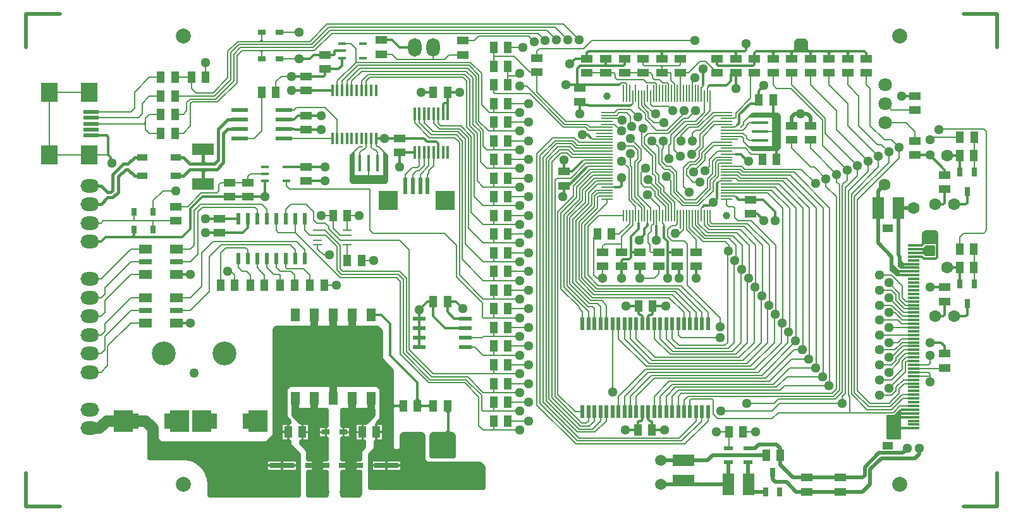
<source format=gtl>
G04 CAM Products 2000  RS274-X Output*
G04 Serial Number: 0000-00-00000*
G04 File Name:FULLMONI.GTL *
%FSLAX34Y34*%
%MOIN*%
%SFA1B1*%

%IPPOS*%
%ADD10C,0.019600*%
%ADD11C,0.011800*%
%ADD12C,0.007800*%
%ADD13R,0.043300X0.063000*%
%ADD14R,0.063000X0.043300*%
%ADD15R,0.070800X0.019600*%
%ADD16R,0.031500X0.047200*%
%ADD17R,0.055100X0.039300*%
%ADD18R,0.063000X0.011800*%
%ADD19R,0.059000X0.114100*%
%ADD20R,0.059000X0.114100*%
%ADD21R,0.039300X0.017700*%
%ADD22R,0.043300X0.027500*%
%ADD23R,0.048000X0.024400*%
%ADD24R,0.015700X0.090500*%
%ADD25R,0.047200X0.008600*%
%ADD26R,0.023600X0.061000*%
%ADD27R,0.055100X0.035400*%
%ADD28R,0.089300X0.021600*%
%ADD29R,0.114100X0.059000*%
%ADD30R,0.013700X0.063000*%
%ADD31R,0.114100X0.059000*%
%ADD32R,0.102300X0.102300*%
%ADD33R,0.019600X0.086600*%
%ADD34R,0.047200X0.070800*%
%ADD35R,0.127900X0.027500*%
%ADD36R,0.013700X0.070800*%
%ADD37R,0.019600X0.066900*%
%ADD38R,0.019600X0.066900*%
%ADD39R,0.078700X0.019600*%
%ADD40R,0.090500X0.015700*%
%ADD41R,0.007800X0.063000*%
%ADD42R,0.063000X0.007800*%
%ADD43C,0.039300*%
%ADD44O,0.007800X0.015700*%
%ADD45O,0.015700X0.007800*%
%ADD46R,0.039300X0.015700*%
%ADD47R,0.027500X0.043300*%
%ADD48R,0.070800X0.031500*%
%ADD49R,0.070800X0.047200*%
%ADD50R,0.086600X0.098400*%
%ADD51R,0.032400X0.078700*%
%ADD52C,0.011800*%
%ADD53C,0.007800*%
%ADD54C,0.015700*%
%ADD55C,0.059000*%
%ADD56C,0.039300*%
%ADD57C,0.010000*%
%ADD58C,0.078700*%
%ADD59C,0.063000*%
%ADD60C,0.059000*%
%ADD61O,0.098400X0.070800*%
%ADD62O,0.070800X0.098400*%
%ADD63C,0.050000*%
%ADD64C,0.125900*%
%ADD65R,0.098400X0.118100*%
%ADD66C,0.070800*%
%ADD67C,0.051100*%
%ADD68R,0.070800X0.070800*%
%ADD69R,0.051100X0.070800*%
%ADD70R,0.070800X0.051100*%
%ADD71R,0.078700X0.027500*%
%ADD72R,0.039300X0.055100*%
%ADD73R,0.063000X0.047200*%
%ADD74R,0.066900X0.122000*%
%ADD75R,0.066900X0.122000*%
%ADD76R,0.047200X0.025600*%
%ADD77R,0.051100X0.035400*%
%ADD78R,0.055900X0.032200*%
%ADD79R,0.023600X0.098400*%
%ADD80R,0.055100X0.016500*%
%ADD81R,0.031500X0.068900*%
%ADD82R,0.097200X0.029500*%
%ADD83R,0.122000X0.066900*%
%ADD84R,0.021600X0.070800*%
%ADD85R,0.122000X0.066900*%
%ADD86R,0.110200X0.110200*%
%ADD87R,0.027500X0.094400*%
%ADD88R,0.055100X0.078700*%
%ADD89R,0.135800X0.035400*%
%ADD90R,0.021600X0.078700*%
%ADD91R,0.027500X0.074800*%
%ADD92R,0.027500X0.074800*%
%ADD93R,0.086600X0.027500*%
%ADD94R,0.098400X0.023600*%
%ADD95R,0.015700X0.070800*%
%ADD96R,0.070800X0.015700*%
%ADD97C,0.047200*%
%ADD98O,0.015700X0.023600*%
%ADD99O,0.023600X0.015700*%
%ADD100R,0.047200X0.023600*%
%ADD101R,0.035400X0.051100*%
%ADD102R,0.078700X0.039300*%
%ADD103R,0.078700X0.055100*%
%ADD104R,0.094400X0.106300*%
%ADD105R,0.040300X0.086600*%
%ADD106C,0.086600*%
%ADD107C,0.066900*%
%ADD108O,0.106300X0.078700*%
%ADD109O,0.078700X0.106300*%
%ADD110C,0.057800*%
%ADD111C,0.133800*%
%ADD112R,0.106300X0.125900*%
%ADD113C,0.078700*%
%ADD114C,0.027500*%
%ADD115C,0.019600*%
%ADD116R,0.659400X0.039300*%
%ADD117R,0.659400X0.039300*%
%LNFULLMONI-1*%
%LPD*%
G54D10*
X186198Y206593D02*
X186194Y206691D01*
X186183Y206789*
X186166Y206886*
X186142Y206981*
X186111Y207074*
X186073Y207165*
X186029Y207253*
X185979Y207338*
X185922Y207418*
X185861Y207495*
X185794Y207567*
X185722Y207634*
X185645Y207696*
X185564Y207751*
X185480Y207801*
X185392Y207846*
X185301Y207883*
X185208Y207914*
X185112Y207938*
X185016Y207956*
X184918Y207966*
X184820Y207970*
X194170Y206131D02*
X194105Y206001D01*
X217064Y226120D02*
X217733D01*
X216906Y225962D02*
X217064Y226120D01*
X216906Y225490D02*
Y225962D01*
X217733Y226120D02*
X217890Y225962D01*
Y225490D02*
Y225962D01*
X221473Y219309D02*
Y222064D01*
X221788Y222379*
X195253Y213187D02*
X195843Y212596D01*
X195253Y211552D02*
X195843D01*
X195253Y211395D02*
X195843D01*
X195410Y209820D02*
X195843D01*
X195253Y211237D02*
X195843D01*
X195410Y209662D02*
X195843D01*
X195410Y209505D02*
X195843D01*
X195410Y209348D02*
X195843D01*
X197418Y209250D02*
X197516Y209151D01*
X195843Y208462D02*
Y212596D01*
X195410Y208856D02*
Y209840D01*
X195253Y211080D02*
X195843D01*
X195155Y211710D02*
X195843D01*
X195253Y210922D02*
X195843D01*
X195253Y210765D02*
X195843D01*
X195253Y210607D02*
X195843D01*
X195253Y210450D02*
X195843D01*
X195253Y210292D02*
X195843D01*
X195253Y210135D02*
X195843D01*
X195193Y209977D02*
X195843D01*
X195056Y209840D02*
X195410D01*
X196374Y209190D02*
X197477D01*
X196335Y209033D02*
X197516D01*
X196335Y208875D02*
X197516D01*
X196434Y209250D02*
X197418D01*
X196335Y209151D02*
X196434Y209250D01*
X196335Y208718D02*
X197516D01*
X196335Y208560D02*
X197516D01*
X196276Y208403D02*
X197516D01*
X196335Y208462D02*
Y209151D01*
X196237Y208364D02*
X196335Y208462D01*
X195410Y209190D02*
X195843D01*
X195410Y209033D02*
X195843D01*
X195410Y208875D02*
X195843D01*
X194957Y208856D02*
X195410D01*
X194957Y208718D02*
X195843D01*
X195942Y208364D02*
X196237D01*
X195843Y208462D02*
X195942Y208364D01*
X194740Y208245D02*
X197516D01*
X194957Y208560D02*
X195843D01*
X194898Y208403D02*
X195903D01*
X195056Y214860D02*
X195253Y214663D01*
X194977Y211809D02*
Y214860D01*
X194819Y211809D02*
Y214860D01*
X194662Y211809D02*
Y214860D01*
X194504Y211809D02*
Y214860D01*
X194347Y211809D02*
Y214860D01*
X194189Y211809D02*
Y214860D01*
X194032Y211809D02*
Y214860D01*
X193874Y211809D02*
Y214860D01*
X193717Y211809D02*
Y214860D01*
X193559Y211809D02*
Y214860D01*
X193402Y211809D02*
Y214860D01*
X193244Y211809D02*
Y214860D01*
X193087Y211809D02*
Y214860D01*
X192929Y211809D02*
Y214860D01*
X192772Y211809D02*
Y214860D01*
X192614Y211809D02*
Y214860D01*
X192457Y211809D02*
Y214860D01*
X192300Y211809D02*
Y214860D01*
X192142Y211809D02*
Y214860D01*
X195292Y209840D02*
Y213148D01*
X195253Y213187D02*
Y214663D01*
X195056Y211809D02*
X195253Y211612D01*
X195134Y211730D02*
Y214781D01*
X195253Y210037D02*
Y211612D01*
X195134Y209840D02*
Y209918D01*
X195056Y209840D02*
X195253Y210037D01*
X191985Y211809D02*
Y214860D01*
X191827Y211809D02*
Y214860D01*
X191670Y211809D02*
Y214860D01*
X191512Y211809D02*
Y214860D01*
X191355Y211809D02*
Y214860D01*
X194957Y208462D02*
Y208856D01*
X191197Y211809D02*
Y214860D01*
X194662Y208167D02*
X194957Y208462D01*
X191040Y211809D02*
Y214860D01*
X190882Y211809D02*
Y214860D01*
X200469Y207675D02*
X200666Y207478D01*
X200331Y206395D02*
Y207675D01*
X200174Y206395D02*
Y207675D01*
X200016Y206395D02*
Y207675D01*
X199859Y206395D02*
Y207675D01*
X199701Y206395D02*
Y207675D01*
X199544Y206395D02*
Y207675D01*
X199386Y206395D02*
Y207675D01*
X199229Y206395D02*
Y207675D01*
X199071Y206395D02*
Y207675D01*
X196365Y207773D02*
X197615D01*
X194662Y208088D02*
X197516D01*
X197713Y207675D02*
X200469D01*
X197516Y207872D02*
Y209151D01*
X194662Y207930D02*
X197516D01*
X197496Y206395D02*
Y209171D01*
X197516Y207872D02*
X197713Y207675D01*
X197654Y206395D02*
Y207734D01*
X197339Y206395D02*
Y209250D01*
X197181Y206395D02*
Y209250D01*
X200666Y206395D02*
Y207478D01*
X200488Y206395D02*
Y207655D01*
X200646Y206395D02*
Y207498D01*
X198914Y206395D02*
Y207675D01*
X198756Y206395D02*
Y207675D01*
X198599Y206395D02*
Y207675D01*
X198441Y206395D02*
Y207675D01*
X198284Y206395D02*
Y207675D01*
X198126Y206395D02*
Y207675D01*
X197969Y206395D02*
Y207675D01*
X196365Y207458D02*
X200666D01*
X196365Y207300D02*
X200666D01*
X194662Y207143D02*
X200666D01*
X196365Y207615D02*
X200529D01*
X194662Y206985D02*
X200666D01*
X194662Y206828D02*
X200666D01*
X194662Y206670D02*
X200666D01*
X194662Y206513D02*
X200666D01*
X197811Y206395D02*
Y207675D01*
X194662Y206395D02*
X200666D01*
X196237Y207891D02*
Y208364D01*
X196079Y207891D02*
Y208364D01*
X196365Y207261D02*
Y207891D01*
X195764D02*
Y212675D01*
X195922Y207891D02*
Y208384D01*
X197024Y206395D02*
Y209250D01*
X196866Y206395D02*
Y209250D01*
X196709Y206395D02*
Y209250D01*
X196551Y206395D02*
Y209250D01*
X196394Y206395D02*
Y209210D01*
X195607Y207891D02*
Y212833D01*
X195449Y207891D02*
Y212990D01*
X195292Y207891D02*
Y208856D01*
X195134Y207891D02*
Y208856D01*
X194977Y207891D02*
Y208856D01*
X194819Y207891D02*
Y208324D01*
X194662Y206395D02*
Y208167D01*
X194731Y207891D02*
X196365D01*
X190882Y206001D02*
Y208207D01*
X190922Y206001D02*
Y208167D01*
X196237Y206395D02*
Y207261D01*
X196079Y206395D02*
Y207261D01*
X195922Y206395D02*
Y207261D01*
X195764Y206395D02*
Y207261D01*
X195607Y206395D02*
Y207261D01*
X195449Y206395D02*
Y207261D01*
X195292Y206395D02*
Y207261D01*
X194662Y207773D02*
X194731D01*
X194662Y207615D02*
X194731D01*
X194662Y207458D02*
X194731D01*
X194662Y207300D02*
X194731D01*
X195134Y206395D02*
Y207261D01*
X194731D02*
X196365D01*
X194977Y206395D02*
Y207261D01*
X194731D02*
Y207891D01*
X194819Y206395D02*
Y207261D01*
X189642Y214544D02*
X195253D01*
X189642Y214387D02*
X195253D01*
X189642Y214229D02*
X195253D01*
X189740Y214859D02*
X195056D01*
X189741Y214860D02*
X195056D01*
X189642Y214702D02*
X195214D01*
X190725Y211809D02*
Y214860D01*
X189642Y214072D02*
X195253D01*
X189642Y213914D02*
X195253D01*
X190567Y211809D02*
Y214860D01*
X190410Y211788D02*
Y214860D01*
X189642Y213757D02*
X195253D01*
X189642Y213600D02*
X195253D01*
X189642Y213127D02*
X195312D01*
X189642Y213442D02*
X195253D01*
X189642Y213285D02*
X195253D01*
X189642Y212655D02*
X195785D01*
X189642Y212497D02*
X195843D01*
X189642Y212340D02*
X195843D01*
X189642Y212970D02*
X195470D01*
X189642Y212812D02*
X195627D01*
X190430Y211809D02*
X195056D01*
X190233Y211612D02*
X190430Y211809D01*
X190233Y210135D02*
X190430Y209938D01*
X190410Y209840D02*
Y209959D01*
X190430Y209840D02*
Y209938D01*
X189977Y209840D02*
X190430D01*
X189977Y208856D02*
X190430D01*
Y208659D02*
X190922Y208167D01*
X190430Y208659D02*
Y208856D01*
X189642Y212182D02*
X195843D01*
X189642Y212025D02*
X195843D01*
X189642Y211867D02*
X195843D01*
X189642Y211710D02*
X190331D01*
X189642Y209977D02*
X190391D01*
X183048Y208403D02*
X190686D01*
X183048Y208245D02*
X190844D01*
X183048Y208088D02*
X190922D01*
X183048Y208718D02*
X190430D01*
X183048Y208560D02*
X190529D01*
X190252Y211631D02*
Y214860D01*
X189642Y211552D02*
X190233D01*
X189642Y211395D02*
X190233D01*
X189642Y214761D02*
X189741Y214860D01*
X189642Y211237D02*
X190233D01*
Y210135D02*
Y211612D01*
X190095Y209840D02*
Y214860D01*
X190252Y209840D02*
Y210116D01*
X189642Y209151D02*
Y214761D01*
X189977Y208856D02*
Y209840D01*
X189642Y211080D02*
X190233D01*
X189642Y210922D02*
X190233D01*
X189642Y210765D02*
X190233D01*
X189642Y210607D02*
X190233D01*
X189642Y210450D02*
X190233D01*
X189642Y210292D02*
X190233D01*
X189642Y210135D02*
X190233D01*
X189642Y209820D02*
X189977D01*
X189642Y209662D02*
X189977D01*
X189642Y209505D02*
X189977D01*
X189642Y209348D02*
X189977D01*
X189642Y209190D02*
X189977D01*
X189524Y209033D02*
X189977D01*
X189366Y208875D02*
X189977D01*
X189249Y208757D02*
X189642Y209151D01*
X185056Y207950D02*
Y208757D01*
X184898Y207968D02*
Y208757D01*
X184740Y207970D02*
Y208757D01*
X183638D02*
X189249D01*
X183442Y208954D02*
X183638Y208757D01*
X184583Y207970D02*
Y208757D01*
X183048Y208954D02*
X183442D01*
X183048Y208875D02*
X183521D01*
X184426Y207970D02*
Y208757D01*
X184268Y207970D02*
Y208757D01*
X184111Y207970D02*
Y208757D01*
X183953Y207970D02*
Y208757D01*
X183796Y207970D02*
Y208757D01*
X190567Y207891D02*
Y208522D01*
X190410Y207891D02*
Y208856D01*
X190725Y207891D02*
Y208364D01*
X190252Y207891D02*
Y208856D01*
X190095Y207891D02*
Y208856D01*
X190853Y207773D02*
X190922D01*
X190853Y207615D02*
X190922D01*
X190853Y207458D02*
X190922D01*
X190853Y207261D02*
Y207891D01*
X189937D02*
Y214860D01*
X189780Y207891D02*
Y214860D01*
X185148Y207930D02*
X190922D01*
X189622Y207891D02*
Y209131D01*
X189465Y207891D02*
Y208974D01*
X189219Y207891D02*
X190853D01*
X189307D02*
Y208816D01*
X190853Y207300D02*
X190922D01*
X190725Y206001D02*
Y207261D01*
X190567Y206001D02*
Y207261D01*
X190410Y206001D02*
Y207261D01*
X190252Y206001D02*
Y207261D01*
X190095Y206001D02*
Y207261D01*
X189937Y206001D02*
Y207261D01*
X189780Y206001D02*
Y207261D01*
X189622Y206001D02*
Y207261D01*
X189465Y206001D02*
Y207261D01*
X186140Y206985D02*
X190922D01*
X186083Y207143D02*
X190922D01*
X186177Y206828D02*
X190922D01*
X189219Y207261D02*
X190853D01*
X186195Y206670D02*
X190922D01*
X186198Y206513D02*
X190922D01*
X186198Y206355D02*
X190922D01*
X186198Y206198D02*
X190922D01*
X186198Y206040D02*
X190922D01*
X186198Y206001D02*
X190922D01*
X189150D02*
Y208757D01*
X188992Y206001D02*
Y208757D01*
X188835Y206001D02*
Y208757D01*
X188677Y206001D02*
Y208757D01*
X188520Y206001D02*
Y208757D01*
X188362Y206001D02*
Y208757D01*
X188205Y206001D02*
Y208757D01*
X188048Y206001D02*
Y208757D01*
X187890Y206001D02*
Y208757D01*
X187733Y206001D02*
Y208757D01*
X183481Y207970D02*
Y208915D01*
X183324Y207970D02*
Y208954D01*
X187575Y206001D02*
Y208757D01*
X183166Y207970D02*
Y208954D01*
X183048Y207970D02*
Y208954D01*
X187418Y206001D02*
Y208757D01*
X187260Y206001D02*
Y208757D01*
X187103Y206001D02*
Y208757D01*
X186945Y206001D02*
Y208757D01*
X186788Y206001D02*
Y208757D01*
X189219Y207261D02*
Y207891D01*
X185892Y207458D02*
X189219D01*
X186001Y207300D02*
X189219D01*
X186158Y206920D02*
Y208757D01*
X186001Y207302D02*
Y208757D01*
X186630Y206001D02*
Y208757D01*
X186473Y206001D02*
Y208757D01*
X189307Y206001D02*
Y207261D01*
X186315Y206001D02*
Y208757D01*
X186198Y206001D02*
Y206592D01*
X185528Y207774D02*
Y208757D01*
X185370Y207855D02*
Y208757D01*
X185213Y207912D02*
Y208757D01*
X183638Y207970D02*
Y208758D01*
X183048Y207970D02*
X184820D01*
X185530Y207773D02*
X189219D01*
X185742Y207615D02*
X189219D01*
X185843Y207515D02*
Y208757D01*
X185685Y207664D02*
Y208757D01*
X222536Y221159D02*
X223324D01*
X221473Y219309D02*
X222182Y218600D01*
Y218049D02*
Y218600D01*
X222536Y218679D02*
Y221159D01*
Y218679D02*
X222615Y218600D01*
Y218246D02*
Y218600D01*
X216985Y206946D02*
X220646D01*
X216316Y207616D02*
Y208482D01*
X221631Y207970D02*
X223402D01*
X223638Y208206D02*
Y208482D01*
X223402Y207970D02*
X223638Y208206D01*
X221512Y208246D02*
X222772D01*
X223009Y208482*
X210016Y207852D02*
X212457D01*
X212721Y208116D02*
X215568D01*
X212457Y207852D02*
X212721Y208116D01*
X210016Y206592D02*
X213560D01*
X220764Y207498D02*
X221512Y208246D01*
X220764Y207064D02*
Y207498D01*
X220646Y206946D02*
X220764Y207064D01*
X221040Y206592D02*
Y207379D01*
X221631Y207970*
X220646Y206198D02*
X221040Y206592D01*
X216316Y207616D02*
X216985Y206946D01*
X216119Y208679D02*
X216316Y208482D01*
X215174Y208679D02*
X216119D01*
X214985Y208490D02*
X215174Y208679D01*
X214591Y208490D02*
X214985D01*
X214623Y206198D02*
X215528D01*
X213560Y206395D02*
Y207742D01*
X214591Y206198D02*
Y207742D01*
X191414Y206001D02*
X192398D01*
X191414Y206513D02*
X192398D01*
X191414Y206001D02*
Y207261D01*
Y206670D02*
X192398D01*
X191020Y208757D02*
X191414Y208364D01*
X191040Y208738D02*
Y208856D01*
X191414Y207891D02*
Y208364D01*
X191197Y208581D02*
Y208856D01*
X191355Y208423D02*
Y208856D01*
X191414Y206828D02*
X192398D01*
X191414Y206985D02*
X192398D01*
X191414Y207143D02*
X192398D01*
X191414Y207261D02*
X192398D01*
X191414Y207891D02*
X192398D01*
X191375Y208403D02*
X192398D01*
X191218Y208560D02*
X192398D01*
X191414Y207930D02*
X192398D01*
X191414Y208088D02*
X192398D01*
X191414Y208245D02*
X192398D01*
X191020Y208757D02*
Y208856D01*
X190627Y210234D02*
X191020Y209840D01*
X190725Y210136D02*
Y210529D01*
X190627Y210234D02*
Y210529D01*
X191040Y209840D02*
Y210529D01*
X190882Y209978D02*
Y210529D01*
X191197Y209840D02*
Y210529D01*
X191020Y208856D02*
X191512D01*
X190883Y209977D02*
X192398D01*
X191060Y208718D02*
X192398D01*
X191020Y209840D02*
X191512D01*
X190627Y210292D02*
X192398D01*
X190627Y210450D02*
X192398D01*
X191355Y209840D02*
Y210529D01*
X190725Y210135D02*
X192398D01*
X190627Y210529D02*
X192398D01*
X191512Y206001D02*
Y207261D01*
X191670Y206001D02*
Y207261D01*
X191827Y206001D02*
Y207261D01*
X191985Y206001D02*
Y207261D01*
X191512Y207891D02*
Y208856D01*
X191670Y207891D02*
Y210529D01*
X191827Y207891D02*
Y210529D01*
X191414Y206040D02*
X192398D01*
X191414Y206198D02*
X192398D01*
X192142Y206001D02*
Y207261D01*
X192300Y206001D02*
Y207261D01*
X191414Y206355D02*
X192398D01*
X191985Y207891D02*
Y209033D01*
X192142Y207891D02*
Y209033D01*
X192398Y206001D02*
Y207261D01*
X192300Y207891D02*
Y209033D01*
X192398Y207891D02*
Y209033D01*
X191512Y209190D02*
X191946D01*
X191512Y209348D02*
X191946D01*
Y209033D02*
Y209663D01*
X191512Y209505D02*
X191946D01*
X191512Y208856D02*
Y209840D01*
Y209662D02*
X191946D01*
X191985Y209663D02*
Y210529D01*
X191512Y209840D02*
Y210529D01*
X192142Y209663D02*
Y210529D01*
X191512Y208875D02*
X192398D01*
X191512Y209033D02*
X192398D01*
X191946Y209033D02*
X192398D01*
X191946Y209663D02*
X192398D01*
X191512Y209820D02*
X192398D01*
X192300Y209663D02*
Y210529D01*
X192398Y209663D02*
Y210529D01*
X193186Y206001D02*
X194105D01*
X193186Y206040D02*
X194121D01*
X193186Y206198D02*
X194170D01*
X193186Y206355D02*
X194170D01*
X193186Y206001D02*
Y207261D01*
Y207891D02*
Y209033D01*
X193244Y206001D02*
Y207261D01*
Y207891D02*
Y209033D01*
X193402Y206001D02*
Y207261D01*
X193186Y206513D02*
X194170D01*
X193186Y206670D02*
X194170D01*
X193186Y206828D02*
X194170D01*
X193186Y206985D02*
X194170D01*
X193186Y207143D02*
X194170D01*
X193186Y207261D02*
X194170D01*
X193186Y207891D02*
X194170D01*
X193186Y207930D02*
X194170D01*
X193186Y208088D02*
X194170D01*
X193186Y208245D02*
X194170D01*
X193186Y208875D02*
X193875D01*
X193186Y209033D02*
X193678D01*
X193186Y209663D02*
X193678D01*
X193186D02*
Y210529D01*
X193244Y209663D02*
Y210529D01*
X193402Y209663D02*
Y210529D01*
X193186Y208403D02*
X194209D01*
X193186Y208560D02*
X194366D01*
X193186Y208718D02*
X194367D01*
X193186Y209033D02*
X193875D01*
X193186Y209820D02*
X193875D01*
X193186Y209977D02*
X194603D01*
X193186Y210135D02*
X194760D01*
X193186Y210292D02*
X194859D01*
X193186Y210450D02*
X194859D01*
X193186Y210529D02*
X194859D01*
X193559Y206001D02*
Y207261D01*
X193717Y206001D02*
Y207261D01*
X193874Y206001D02*
Y207261D01*
X193402Y207891D02*
Y209033D01*
X193559Y207891D02*
Y209033D01*
X193717Y207891D02*
Y210529D01*
X193874Y207891D02*
Y210529D01*
X194032Y206001D02*
Y207261D01*
X194170Y206131D02*
Y207261D01*
Y207891D02*
Y208364D01*
X194367Y208561*
X194032Y207891D02*
Y208856D01*
X193875D02*
Y209840D01*
X194189Y208383D02*
Y208856D01*
X194347Y208540D02*
Y208856D01*
X194367Y208561D02*
Y208856D01*
X193678Y209190D02*
X193875D01*
X193678Y209348D02*
X193875D01*
X193678Y209505D02*
X193875D01*
X193678Y209033D02*
Y209663D01*
X193559D02*
Y210529D01*
X193678Y209662D02*
X193875D01*
X194032Y209840D02*
Y210529D01*
X194189Y209840D02*
Y210529D01*
X193875Y208856D02*
X194367D01*
X193875Y209840D02*
X194465D01*
X194859Y210234*
X194347Y209840D02*
Y210529D01*
X194504Y209879D02*
Y210529D01*
X194662Y210037D02*
Y210529D01*
X194819Y210194D02*
Y210529D01*
X194859Y210234D02*
Y210529D01*
X197910Y208088D02*
X199091D01*
X197910Y208068D02*
Y209151D01*
Y208068D02*
X199091D01*
X197910Y208245D02*
X199091D01*
X197910Y208403D02*
X199091D01*
X197910Y208560D02*
X199091D01*
X197910Y209151D02*
X198009Y209250D01*
X197949Y209190D02*
X199052D01*
X197910Y208718D02*
X199091D01*
X197910Y208875D02*
X199091D01*
X197910Y209033D02*
X199091D01*
X197969Y208068D02*
Y209210D01*
X198126Y208068D02*
Y209250D01*
X198284Y208068D02*
Y209250D01*
X198441Y208068D02*
Y209250D01*
X198599Y208068D02*
Y209250D01*
X198756Y208068D02*
Y209250D01*
X198009D02*
X198993D01*
X198914Y208068D02*
Y209250D01*
X199091Y208068D02*
Y209151D01*
X198993Y209250D02*
X199091Y209151D01*
X199071Y208068D02*
Y209171D01*
X215902Y206848D02*
Y207222D01*
Y206848D02*
X216040Y206710D01*
X216631*
X217142Y206198*
X220646*
X225961Y231395D02*
X227733D01*
Y229624D02*
Y231395D01*
Y205411D02*
Y207183D01*
X225961Y205411D02*
X227733D01*
X176552D02*
Y207183D01*
Y205411D02*
X178324D01*
X176552Y231395D02*
X178324D01*
X176552Y229624D02*
Y231395D01*
G54D11*
X204898Y223679D03*
D03*
X189150Y222576D03*
D03*
G54D12*
X213599Y219190D03*
D03*
G54D13*
X207418Y219781D03*
X206670D03*
X215371Y223718D03*
X216119D03*
X225784Y224899D03*
X226532D03*
X225764Y218994D03*
X226512D03*
Y223915D03*
X225764D03*
Y218009D03*
X226512D03*
X201198Y228639D03*
X201946D03*
X201198Y227655D03*
X201946D03*
Y229624D03*
X201198D03*
X198009Y216238D03*
X198757D03*
X183638Y228049D03*
X184387D03*
X196434Y210726D03*
X197182D03*
X201198Y224702D03*
X201946D03*
X201198Y221750D03*
X201946D03*
X201198Y223718D03*
X201946D03*
X201198Y215844D03*
X201946D03*
X192733Y220765D03*
X193481D03*
X201198Y209938D03*
X201946D03*
X193481Y218403D03*
X194229D03*
X191512Y217104D03*
X192261D03*
X189701Y227261D03*
X188953D03*
X186001Y228049D03*
X185253D03*
X184387Y226080D03*
X183638D03*
X184387Y227064D03*
X183638D03*
X191119Y209348D03*
X190371D03*
X194268D03*
X201946Y226671D03*
Y225687D03*
Y222734D03*
Y212891D03*
Y211907D03*
Y216828D03*
Y218797D03*
Y219781D03*
Y220765D03*
Y214860D03*
Y213875D03*
X201198Y225687D03*
X195016Y209348D03*
X215568Y208116D03*
X201198Y211907D03*
Y220765D03*
X216316Y208116D03*
X189111Y217104D03*
X188363D03*
X190686D03*
X189938D03*
X183638Y225096D03*
X184387D03*
X201198Y226671D03*
Y219781D03*
Y222734D03*
Y216828D03*
Y214860D03*
Y213875D03*
Y218797D03*
Y212891D03*
X198009Y227261D03*
X198757D03*
X186788Y217104D03*
X187536D03*
X198009Y210726D03*
X198757D03*
X201198Y217812D03*
X201946D03*
X209544Y209466D03*
X208796D03*
X208835Y216001D03*
X209583D03*
X201946Y210923D03*
X201198D03*
X215174Y226868D03*
X215922D03*
X214347Y209348D03*
X213599D03*
G54D14*
X208914Y218836D03*
Y218088D03*
X210883Y218836D03*
Y218088D03*
X209898Y218836D03*
Y218088D03*
X205725Y227498D03*
Y226750D03*
X224977Y222143D03*
Y222891D03*
Y216986D03*
Y216238D03*
Y212734D03*
X214741Y221592D03*
Y220844D03*
X215922Y228285D03*
Y229033D03*
X218875Y228285D03*
Y229033D03*
X195253Y229269D03*
Y230017D03*
X199583Y229978D03*
Y229230D03*
X224977Y213482D03*
X219465Y206946D03*
Y206198D03*
X196237Y224838D03*
Y224090D03*
X188245Y222498D03*
Y221750D03*
X187261Y222498D03*
Y221750D03*
X191316Y225293D03*
Y226041D03*
X184426Y221238D03*
Y220490D03*
X192300Y229230D03*
X214938Y229033D03*
X223402Y223954D03*
X219859Y229033D03*
X216906D03*
X217890Y225490D03*
X220843Y229033D03*
X217694Y206198D03*
X219859Y228285D03*
X192300Y228482D03*
X223402Y227064D03*
X217694Y206946D03*
X217890Y224742D03*
X223402Y224702D03*
Y226316D03*
X216906Y228285D03*
X220843D03*
X214938D03*
X191316Y227350D03*
Y228098D03*
X186749Y219860D03*
Y220608D03*
X211867Y218836D03*
Y218088D03*
X206119Y228285D03*
Y229033D03*
X207103Y228285D03*
Y229033D03*
X208087D03*
Y228285D03*
X209072Y229033D03*
Y228285D03*
X207930Y218088D03*
Y218836D03*
X216906Y225490D03*
Y224742D03*
X211040Y228285D03*
Y229033D03*
X210056Y228285D03*
Y229033D03*
X212969Y228285D03*
Y229033D03*
X213953Y228285D03*
Y229033D03*
X217890Y228285D03*
Y229033D03*
X204898Y222340D03*
Y223088D03*
X206946Y218836D03*
Y218088D03*
X191316Y222576D03*
Y223324D03*
X203481Y229072D03*
Y228324D03*
G54D15*
X199701Y213832D03*
Y214332D03*
Y214832D03*
X197261Y213832D03*
Y214332D03*
Y214832D03*
Y215332D03*
X199701D03*
G54D16*
X226532Y223049D03*
X226158Y222025D03*
X225784Y223049D03*
X226158Y216120D03*
X225784Y217143D03*
X226532D03*
X215902Y207222D03*
X216276Y206198D03*
X215528D03*
G54D17*
X221985Y220096D03*
Y208639D03*
G54D18*
X223324Y213088D03*
Y213285D03*
Y213482D03*
Y213679D03*
Y213875D03*
Y214072D03*
Y214269D03*
Y214466D03*
Y214663D03*
Y217616D03*
Y217812D03*
Y218009D03*
Y210726D03*
Y210923D03*
Y211120D03*
Y211316D03*
Y211907D03*
Y212104D03*
Y215057D03*
Y215253D03*
Y215450D03*
Y215647D03*
Y216238D03*
Y216435D03*
Y216631D03*
Y216828D03*
Y217222D03*
Y217025D03*
Y216041D03*
Y211710D03*
Y215844D03*
Y211513D03*
Y210529D03*
Y210332D03*
Y209742D03*
Y210135D03*
Y214860D03*
Y209545D03*
Y217419D03*
Y218206D03*
Y218403D03*
Y218600D03*
Y218797D03*
Y219190D03*
Y218994D03*
Y209938D03*
Y212301D03*
Y212498D03*
Y212694D03*
Y212891D03*
G54D19*
X221473Y221159D03*
X214623Y206592D03*
G54D20*
X222536Y221159D03*
X213560Y206592D03*
G54D21*
X194288Y229820D03*
Y229072D03*
X193186Y229446D03*
Y229072D03*
Y229820D03*
G54D22*
X189898Y229033D03*
X188953D03*
Y230411D03*
X189898D03*
X193284Y209348D03*
X192339D03*
G54D23*
X214591Y208490D03*
Y207742D03*
Y208116D03*
X213560Y208490D03*
Y207742D03*
G54D24*
X194613Y223521D03*
X194140D03*
X195085D03*
G54D25*
X191906Y219466D03*
X193481Y219978D03*
X191906Y219210D03*
X193481Y219722D03*
X191906Y219978D03*
X193481Y219210D03*
X191906Y219722D03*
X193481Y219466D03*
G54D26*
X187733Y220608D03*
X188233D03*
X188733Y218482D03*
X187733D03*
X189733D03*
X189233D03*
X188733Y220608D03*
X189233D03*
X190733Y218482D03*
X191233D03*
X188233D03*
X190233D03*
X191233Y220608D03*
X190733D03*
X189733D03*
X190233D03*
G54D27*
X182654Y223836D03*
Y222852D03*
X184426D03*
Y223836D03*
G54D28*
X187800Y226338D03*
X190135Y225838D03*
Y225338D03*
X187800D03*
Y225838D03*
Y224838D03*
X190135D03*
Y226338D03*
G54D29*
X185883Y222419D03*
Y224269D03*
X211198Y207852D03*
G54D30*
X193717Y227350D03*
X194229D03*
X193461D03*
X192950D03*
X194741Y224838D03*
X194485D03*
X192950D03*
X192694D03*
X194485Y227350D03*
X194997Y224838D03*
X193205Y227350D03*
X192694D03*
X193205Y224838D03*
X193461D03*
X193717D03*
X193973D03*
X194229D03*
X193973Y227350D03*
X194741D03*
X194997D03*
G54D31*
X211198Y206789D03*
G54D32*
X195632Y221553D03*
X198624D03*
G54D33*
X197719Y222340D03*
X197325D03*
X196931D03*
X196538D03*
G54D34*
X190725Y215529D03*
X193725Y211120D03*
X194725D03*
X192725D03*
X193725Y215529D03*
X192725D03*
X191725D03*
X190725Y211120D03*
X191725D03*
X194725Y215529D03*
G54D35*
X193678Y207576D03*
X195548D03*
X191906D03*
X190036D03*
G54D36*
X198774Y224090D03*
X198524D03*
X197774Y226137D03*
X197024Y224090D03*
X198524Y226137D03*
X198774D03*
X198274Y224090D03*
Y226137D03*
X197274Y224090D03*
X197524D03*
X197774D03*
X198024D03*
Y226137D03*
X197024D03*
X197274D03*
X197524D03*
G54D37*
X207457Y210411D03*
X212497Y215057D03*
X211552D03*
X211237D03*
X211867D03*
X210922D03*
X209347D03*
X209032Y210411D03*
Y215057D03*
X209347Y210411D03*
X210922D03*
X211237D03*
X211552D03*
X207457Y215057D03*
X210607Y210411D03*
X210292D03*
X209977D03*
X209662D03*
X208717D03*
X208402D03*
X208087D03*
X207772D03*
Y215057D03*
X208087D03*
X208402D03*
X208717D03*
X209662D03*
X209977D03*
X210292D03*
X210607D03*
X212497Y210411D03*
X212182D03*
X211867D03*
X207142D03*
X206827D03*
X206512D03*
X206198D03*
X205883D03*
Y215057D03*
X206198D03*
X206512D03*
X206827D03*
X207142D03*
G54D38*
X212182Y215057D03*
G54D39*
X179957Y225608D03*
Y225923D03*
Y226238D03*
Y224978D03*
Y225293D03*
G54D40*
X215231Y225657D03*
Y224712D03*
Y225185D03*
G54D41*
X212457Y227064D03*
X212300D03*
X212142D03*
X211985D03*
X211827D03*
X211670D03*
X211512D03*
X211355D03*
X211198D03*
X211040D03*
X210883D03*
X210725D03*
X210568D03*
X210410D03*
X210253D03*
X210095D03*
X209938D03*
X209780D03*
X209623D03*
X209465D03*
X209308D03*
X209150D03*
X208993D03*
X208835D03*
X208678D03*
X208520D03*
X208363D03*
X208205D03*
X208048D03*
X212615D03*
X208205Y220765D03*
X208363D03*
X208520D03*
X208678D03*
X208835D03*
X208993D03*
X209150D03*
X209308D03*
X209465D03*
X209623D03*
X209780D03*
X209938D03*
X210095D03*
X210253D03*
X210410D03*
X210568D03*
X210725D03*
X210883D03*
X211040D03*
X211198D03*
X211355D03*
X211512D03*
X211670D03*
X211827D03*
X211985D03*
X212142D03*
X212300D03*
X212457D03*
X212615D03*
X208048D03*
G54D42*
X213481Y221789D03*
Y221946D03*
Y222104D03*
Y222261D03*
Y222419D03*
Y222576D03*
Y222734D03*
Y222891D03*
Y223049D03*
Y223206D03*
Y223364D03*
Y223521D03*
Y223679D03*
Y223836D03*
Y223994D03*
Y224151D03*
Y224309D03*
Y224466D03*
Y224624D03*
Y224781D03*
Y224938D03*
Y225096D03*
Y225253D03*
Y225411D03*
Y225568D03*
Y225726D03*
Y225883D03*
Y226041D03*
Y226198D03*
Y221631D03*
X207182Y226041D03*
Y225883D03*
Y225726D03*
Y225568D03*
Y225411D03*
Y225253D03*
Y225096D03*
Y224938D03*
Y224781D03*
Y224624D03*
Y224466D03*
Y224309D03*
Y224151D03*
Y223994D03*
Y223836D03*
Y223679D03*
Y223521D03*
Y223364D03*
Y223206D03*
Y223049D03*
Y222891D03*
Y222734D03*
Y222576D03*
Y222419D03*
Y222261D03*
Y222104D03*
Y221946D03*
Y221789D03*
Y221631D03*
Y226198D03*
G54D43*
X207182Y227064D03*
X213481Y220765D03*
G54D44*
X210253Y227576D03*
X210568D03*
X210883D03*
X211198D03*
X211355D03*
X211512D03*
X211827D03*
X211985D03*
X210095D03*
X209938D03*
X209623D03*
X209308D03*
X208678D03*
X208363D03*
X211040Y220135D03*
X208048Y227576D03*
G54D45*
X213993Y224781D03*
X206670Y225096D03*
Y224938D03*
G54D46*
X190253Y223324D03*
Y222576D03*
X189150D03*
Y222950D03*
Y223324D03*
G54D47*
X183245Y220017D03*
Y220962D03*
X182221Y220017D03*
Y220962D03*
G54D48*
X184465Y215765D03*
X182851D03*
Y218324D03*
X184465D03*
G54D49*
X182851Y216435D03*
X184465Y215096D03*
X182851D03*
X184465Y216435D03*
Y218994D03*
X182851Y217655D03*
X184465D03*
X182851Y218994D03*
G54D50*
X179859Y227261D03*
Y223954D03*
X177772Y227261D03*
Y223954D03*
G54D51*
X182296Y209938D03*
X188131D03*
X183997D03*
X186430D03*
G54D52*
X180804Y224978D02*
X180883Y224899D01*
X179957Y224978D02*
X180804D01*
X215095Y220844D02*
X215450Y220490D01*
X214741Y220844D02*
X215095D01*
X195016Y209348D02*
X195312D01*
X195016D02*
Y209742D01*
Y208954D02*
Y209348D01*
X195548Y207576D02*
X196266D01*
X195548D02*
Y207793D01*
Y207360D02*
Y207576D01*
X194829D02*
X195548D01*
X190371Y209348D02*
Y209742D01*
X190075Y209348D02*
X190371D01*
Y208954D02*
Y209348D01*
X190036Y207576D02*
Y207793D01*
Y207576D02*
X190755D01*
X189318D02*
X190036D01*
Y207360D02*
Y207576D01*
X224190Y223954D02*
X224977Y223167D01*
Y222891D02*
Y223167D01*
X223402Y223954D02*
X224190D01*
X225174Y223915D02*
X225764D01*
X225174Y218009D02*
X225764D01*
X211867Y217458D02*
Y218088D01*
X198717Y226702D02*
X198774Y226645D01*
X198717Y226702D02*
X198774Y226759D01*
X198599Y226702D02*
X198757D01*
X198774Y226137D02*
Y227261D01*
X198524Y226627D02*
X198599Y226702D01*
X198524Y226137D02*
Y226627D01*
X194997Y224838D02*
X197518D01*
X197694Y224663*
X198166*
X198274Y224555*
Y224090D02*
Y224555D01*
X214111Y221592D02*
X215410D01*
X216040Y220490D02*
Y220962D01*
X215410Y221592D02*
X216040Y220962D01*
X207024Y228659D02*
X207103Y228738D01*
X207182Y228659*
X205745D02*
X208028D01*
X207103D02*
Y229033D01*
X204997Y227655D02*
X207812D01*
X205587D02*
Y228501D01*
X205745Y228659*
X217694Y229525D02*
Y229919D01*
X217595Y230017D02*
X217694Y229919D01*
X217772Y229427D02*
Y229447D01*
X217694Y229525D02*
X217792Y229427D01*
X217201Y230017D02*
X217595D01*
X217162Y229977D02*
X217635D01*
X217713Y229427D02*
Y229506D01*
X217654Y229427D02*
Y229959D01*
X217595Y229427D02*
Y230017D01*
X217536Y229427D02*
Y230017D01*
X217477Y229427D02*
Y230017D01*
X217418Y229427D02*
Y230017D01*
X217359Y229427D02*
Y230017D01*
X217300Y229427D02*
Y230017D01*
X217240Y229427D02*
Y230017D01*
X217181Y229427D02*
Y229997D01*
X217103Y229918D02*
X217694D01*
X217103Y229859D02*
X217694D01*
X217103Y229800D02*
X217694D01*
X217103Y229741D02*
X217694D01*
X217103Y229919D02*
X217201Y230017D01*
X217103Y229682D02*
X217694D01*
X217103Y229623D02*
X217694D01*
X217103Y229564D02*
X217694D01*
X217122Y229427D02*
Y229938D01*
X217083Y229505D02*
X217714D01*
X217024Y229446D02*
X217773D01*
X217005Y229427D02*
X217792D01*
X217103Y229525D02*
Y229919D01*
X217005Y229427D02*
X217103Y229525D01*
X217063Y229427D02*
Y229485D01*
X215036Y229427D02*
X220745D01*
X219859Y229033D02*
Y229427D01*
X218875Y229033D02*
Y229427D01*
X217890Y229033D02*
Y229427D01*
X216906Y229033D02*
Y229427D01*
X215922Y229033D02*
Y229427D01*
X214938Y228738D02*
Y229328D01*
X219859D02*
X219957Y229427D01*
X219761D02*
X219859Y229328D01*
X218875D02*
X218973Y229427D01*
X218776D02*
X218875Y229328D01*
X217398Y229427D02*
Y229722D01*
X217890Y229328D02*
X217989Y229427D01*
X217792D02*
X217890Y229328D01*
X216906D02*
X217005Y229427D01*
X216808D02*
X216906Y229328D01*
X215922D02*
X216020Y229427D01*
X215824D02*
X215922Y229328D01*
X220843Y229033D02*
Y229328D01*
X220745Y229427D02*
X220843Y229328D01*
X214938D02*
X215036Y229427D01*
X214859Y228659D02*
X214938Y228738D01*
X215922Y226080D02*
Y226868D01*
X214741Y226671D02*
X215174D01*
X223324Y221159D02*
X223402Y221238D01*
X197182Y210726D02*
Y211946D01*
X195745Y213383D02*
X197182Y211946D01*
X195745Y213383D02*
Y215057D01*
X195272Y215529D02*
X195745Y215057D01*
X194725Y215529D02*
X195272D01*
X206198Y226553D02*
X208402D01*
X205725Y226120D02*
Y226750D01*
X206158Y226592D02*
X206198Y226553D01*
X205725Y226592D02*
X206158D01*
X209150Y219742D02*
Y220057D01*
X209308Y220214*
X208875Y219466D02*
X209150Y219742D01*
X209780Y219466D02*
Y220214D01*
X210174Y219584D02*
Y220175D01*
X208442Y218561D02*
Y219663D01*
X207930Y217458D02*
Y218364D01*
X208442Y218836D02*
X208914D01*
X208442Y219663D02*
X208835Y220057D01*
X208324Y218442D02*
X208442Y218561D01*
X208009Y218442D02*
X208324D01*
X209308Y220214D02*
Y220332D01*
X208835Y220057D02*
Y220372D01*
X210961Y217458D02*
Y218088D01*
X207930Y218364D02*
X208009Y218442D01*
X197261Y213832D02*
Y215803D01*
X199190Y216238D02*
X199583Y215844D01*
X198757Y216238D02*
X199190D01*
X198757Y215687D02*
Y216238D01*
Y215687D02*
X199111Y215332D01*
X199701*
X207812Y227655D02*
X207851Y227694D01*
X204898Y221828D02*
Y222340D01*
X204820Y221750D02*
X204898Y221828D01*
X207930Y222340D02*
Y222773D01*
X207575Y222261D02*
X207851D01*
X207930Y222340*
X205883Y225017D02*
X206158D01*
X206316Y224860*
X204898Y223088D02*
Y223679D01*
Y223088D02*
X205331D01*
X205843Y223600*
X205135Y222340D02*
X206079Y223285D01*
X204898Y222340D02*
X205135D01*
X222694Y227064D02*
X223402D01*
X214505Y229505D02*
Y229820D01*
X214426Y229427D02*
X214505Y229505D01*
X208028Y228659D02*
X208087Y228718D01*
Y229033*
X213028Y228659D02*
X214859D01*
X212969Y228718D02*
X213028Y228659D01*
X212969Y228718D02*
Y229033D01*
X206119Y229348D02*
X206198Y229427D01*
X206119Y229033D02*
Y229348D01*
X222270Y217793D02*
X222359Y217704D01*
X222270Y217793D02*
X222359Y217704D01*
X222369Y217694D02*
X222536D01*
X222310Y217753D02*
X222536D01*
X222319Y217744D02*
Y218029D01*
X222260Y217793D02*
Y218088D01*
X222378Y217685D02*
Y217970D01*
X222536Y217616D02*
Y217812D01*
X222448Y217616D02*
X222536D01*
X222428Y217635D02*
X222536D01*
X222496Y217616D02*
Y217852D01*
X222437Y217626D02*
Y217911D01*
X222359Y217704D02*
X222448Y217616D01*
X222142Y218048D02*
X222300D01*
X222142Y217989D02*
X222359D01*
X222142Y217930D02*
X222418D01*
X222162Y217871D02*
X222477D01*
X222142Y217891D02*
Y218206D01*
Y218166D02*
X222182D01*
X222142Y218107D02*
X222241D01*
X222222Y217812D02*
X222536D01*
X222142Y218206D02*
X222536Y217812D01*
X222241Y217793D02*
X222270D01*
X222201Y217833D02*
Y218148D01*
X222142Y217891D02*
X222241Y217793D01*
X222270*
X222772Y218009D02*
Y218206D01*
X222615Y218048D02*
X222772D01*
X222575Y218088D02*
Y218403D01*
X222614Y218049D02*
Y218364D01*
X222733Y218009D02*
Y218246D01*
X222654Y218009D02*
X222772D01*
X222674D02*
Y218305D01*
X222575Y218403D02*
X222772Y218206D01*
X222575Y218225D02*
X222753D01*
X222575Y218344D02*
X222635D01*
X222575Y218285D02*
X222694D01*
X222575Y218166D02*
X222772D01*
X222575Y218107D02*
X222772D01*
X222575Y218088D02*
X222654Y218009D01*
X222536Y217616D02*
X223324D01*
X222536Y217812D02*
X223324D01*
X222772Y218206D02*
X223324D01*
X222772Y218009D02*
X223324D01*
X224504Y219309D02*
Y219900D01*
X224465Y219938D02*
X224583Y219820D01*
Y219309D02*
Y219820D01*
X224563Y219309D02*
Y219840D01*
X223953Y219938D02*
X224466D01*
X223953Y219938D02*
X224465D01*
X224445Y219309D02*
Y219938D01*
X224386Y219309D02*
Y219938D01*
X224327Y219309D02*
Y219938D01*
X224268Y219309D02*
Y219938D01*
X224209Y219309D02*
Y219938D01*
X224150Y219309D02*
Y219938D01*
X224091Y219309D02*
Y219938D01*
X224032Y219309D02*
Y219938D01*
X223973Y219309D02*
Y219938D01*
X223835Y219820D02*
X224583D01*
X223835Y219761D02*
X224583D01*
X223835Y219702D02*
X224583D01*
X223835Y219643D02*
X224583D01*
X223894Y219879D02*
X224525D01*
X223835Y219820D02*
X223953Y219938D01*
X223835Y219584D02*
X224583D01*
X223835Y219525D02*
X224583D01*
X223835Y219466D02*
X224583D01*
X223835Y219407D02*
X224583D01*
X223835Y219348D02*
X224583D01*
X223835Y219309D02*
X224583D01*
X223914D02*
Y219899D01*
X223855Y219309D02*
Y219840D01*
X223835Y219309D02*
Y219820D01*
X224583Y218561D02*
Y219309D01*
X223757Y219190D02*
X223875Y219309D01*
X223324Y219190D02*
X223757D01*
X224505Y218482D02*
X224583Y218561D01*
X223875Y218482D02*
X224505D01*
X223757Y218600D02*
X223875Y218482D01*
X223324Y218600D02*
X223757D01*
X224386Y218679D02*
Y219112D01*
X223992Y219111D02*
X224387D01*
Y218679D02*
Y219112D01*
X224327Y218679D02*
Y219112D01*
X224268Y218679D02*
Y219112D01*
X224209Y218679D02*
Y219112D01*
X224150Y218679D02*
Y219112D01*
X223974Y218698D02*
X224387D01*
X223993Y218679D02*
X224387D01*
X224091D02*
Y219112D01*
X224032Y218679D02*
Y219112D01*
X223973Y218699D02*
Y219092D01*
X223993Y219112D02*
X224387D01*
X223933Y219052D02*
X224387D01*
X223875Y218993D02*
X224387D01*
X223875Y218994D02*
X223993Y219112D01*
X223875Y218934D02*
X224387D01*
X223875Y218875D02*
X224387D01*
X223875Y218816D02*
X224387D01*
X223875Y218797D02*
X223993Y218679D01*
X223914Y218757D02*
X224387D01*
X223914Y218758D02*
Y219033D01*
X223875Y218797D02*
Y218994D01*
X222585Y210430D02*
X222615D01*
X222614Y209033D02*
Y210460D01*
X222438Y210283D02*
X222615Y210460D01*
X222526Y210371D02*
X222615D01*
X222467Y210312D02*
X222615D01*
X222408Y210253D02*
X222615D01*
X222349Y210194D02*
X222438Y210283D01*
X222615Y209033D02*
Y210460D01*
X222349Y210194D02*
X222438Y210283D01*
X222172Y210194D02*
X222349D01*
X222172D02*
X222349D01*
X222555Y209033D02*
Y210401D01*
X222496Y209033D02*
Y210342D01*
X222437Y209033D02*
Y210283D01*
X222378Y209033D02*
Y210224D01*
X222319Y209033D02*
Y210194D01*
X221985Y209033D02*
X222615D01*
X222260D02*
Y210194D01*
X222201Y209033D02*
Y210194D01*
X222142Y209033D02*
Y210194D01*
X222083Y209033D02*
Y210194D01*
X222024Y209033D02*
Y210194D01*
X221985Y210194D02*
X222615D01*
X221985Y210135D02*
X222615D01*
X221985Y210076D02*
X222615D01*
X221985Y210017D02*
X222615D01*
X221985Y209958D02*
X222615D01*
X221985Y209899D02*
X222615D01*
X221985Y210194D02*
X222172D01*
X221985Y209840D02*
X222615D01*
X221985Y209781D02*
X222615D01*
X221985Y209722D02*
X222615D01*
X221985Y209662D02*
X222615D01*
X221985Y209603D02*
X222615D01*
X221985Y209544D02*
X222615D01*
X221985Y209485D02*
X222615D01*
X221985Y209426D02*
X222615D01*
X221985Y209367D02*
X222615D01*
X221985Y209308D02*
X222615D01*
X221985Y209249D02*
X222615D01*
X221985Y209033D02*
Y210194D01*
Y209190D02*
X222615D01*
X221985Y209131D02*
X222615D01*
X221985Y209072D02*
X222615D01*
Y209545D02*
Y210135D01*
Y209545D02*
X223324D01*
X222487Y210332D02*
X222694D01*
X222497D02*
X222694Y210529D01*
X222408Y210253D02*
X222487Y210332D01*
X222694Y209545D02*
X223324D01*
X222615Y210135D02*
X223324D01*
X222694Y210332D02*
X223324D01*
X222694Y210529D02*
X223324D01*
X213993Y221710D02*
X214111Y221592D01*
X223324Y218994D02*
X223875D01*
X223324Y218797D02*
X223875D01*
X208914Y217458D02*
Y218088D01*
X196237Y229624D02*
X197024D01*
X195843Y230017D02*
X196237Y229624D01*
X195253Y230017D02*
X195843D01*
X190528Y228098D02*
X192231D01*
X192300Y228482D02*
X193009D01*
X193186Y228659*
Y229072*
X191709Y229230D02*
X192772D01*
X192831Y229446D02*
X193186D01*
X192812Y229427D02*
X192831Y229446D01*
X192812Y229269D02*
Y229427D01*
X192772Y229230D02*
X192812Y229269D01*
X191512Y229033D02*
X191709Y229230D01*
X190922Y229033D02*
X191512D01*
X192231Y228098D02*
X192300Y228167D01*
Y228482*
X197182Y210726D02*
X198009D01*
X190528Y227350D02*
X192694D01*
X190725Y225293D02*
X192103D01*
X190883Y226041D02*
X192103D01*
X190680Y225338D02*
X190725Y225293D01*
X190135Y225338D02*
X190680D01*
Y225838D02*
X190883Y226041D01*
X190135Y225838D02*
X190680D01*
X186001Y219860D02*
X187957D01*
X188233Y220135*
Y220608*
X186001D02*
X187733D01*
X198774Y227261D02*
X199387D01*
X197379D02*
X198009D01*
X196237Y224090D02*
X197024D01*
X196237Y223324D02*
Y224090D01*
X195883Y210647D02*
X195961Y210726D01*
X195883Y210805D02*
X195961Y210726D01*
X195883D02*
X196434D01*
X196198D02*
X196276Y210805D01*
X196198Y210726D02*
X196276Y210647D01*
X197182Y211080D02*
X197261Y211001D01*
X197103D02*
X197182Y211080D01*
X198717Y210450D02*
X198796Y210372D01*
X198875Y210450*
X197339Y210647D02*
X197418Y210726D01*
X197339Y210805D02*
X197418Y210726D01*
X197772D02*
X197851Y210805D01*
X197772Y210726D02*
X197851Y210647D01*
X209347Y210017D02*
Y210411D01*
X209544Y209466D02*
Y209879D01*
X209485Y209938D02*
X209544Y209879D01*
X209426Y209938D02*
X209485D01*
X209347Y210017D02*
X209426Y209938D01*
X209032Y210017D02*
Y210411D01*
X208953Y209938D02*
X209032Y210017D01*
X208855Y209938D02*
X208953D01*
X208796Y209466D02*
Y209879D01*
X208855Y209938*
X209347Y215057D02*
Y215450D01*
X209426Y215529*
X209524*
X209583Y215588D02*
Y216001D01*
X209524Y215529D02*
X209583Y215588D01*
X209032Y215057D02*
Y215450D01*
X208835Y215588D02*
Y216001D01*
Y215588D02*
X208894Y215529D01*
X208953*
X209032Y215450*
X208166Y216001D02*
X208835D01*
X209583D02*
X210253D01*
X208127Y209466D02*
X208796D01*
X209544D02*
X210213D01*
X205922Y223127D02*
X206079Y223285D01*
X214150Y226080D02*
X214741Y226671D01*
X214150Y225647D02*
Y226080D01*
X214032Y225529D02*
X214150Y225647D01*
X213796Y228285D02*
X213953D01*
X213717Y228206D02*
X213796Y228285D01*
X213717Y227852D02*
Y228206D01*
X213953Y227458D02*
Y228285D01*
X215174Y226671D02*
Y227340D01*
X215450Y227616*
X212536Y227576D02*
X212575Y227616D01*
X213481D02*
X213717Y227852D01*
X212575Y227616D02*
X213481D01*
X224477Y215450D02*
X224898D01*
X224977Y215529*
Y216238*
X224477Y221356D02*
X224898D01*
X224977Y221435*
Y222143*
X225477Y221356D02*
X226079D01*
X226158Y221435*
Y222025*
X225477Y215450D02*
X226079D01*
X226158Y215529*
Y216120*
X225784Y217143D02*
Y218009D01*
Y223049D02*
Y223915D01*
X224190Y216986D02*
X224977D01*
X224190Y214072D02*
X224780D01*
X224977Y213875*
Y213482D02*
Y213875D01*
X216119Y223718D02*
Y224466D01*
X212969Y222458D02*
X213005Y222494D01*
X212221Y227655D02*
Y228403D01*
Y221238D02*
X212261Y221277D01*
X213953Y223994D02*
X214229D01*
X214583Y223639*
X212261Y221277D02*
X212575D01*
X212969Y221671D02*
Y222458D01*
X212575Y221277D02*
X212969Y221671D01*
X210371Y218836D02*
X210883D01*
X210174Y219584D02*
X210371Y219387D01*
Y217458D02*
Y219387D01*
X208402Y226553D02*
X208442Y226592D01*
X198627Y214832D02*
X199701D01*
X198009Y215450D02*
X198627Y214832D01*
X197261Y215803D02*
X197696Y216238D01*
X198009*
Y215450D02*
Y216238D01*
X205489Y229033D02*
X206119D01*
X205213Y228757D02*
X205489Y229033D01*
X210135Y229427D02*
X213875D01*
X209977D02*
X210056Y229348D01*
X210135Y229427*
X213875D02*
X213953Y229348D01*
X214032Y229427*
X206198D02*
X210135D01*
X210056Y229033D02*
Y229427D01*
X213953Y229033D02*
Y229427D01*
X213875D02*
X214426D01*
X198717Y209309D02*
X198796Y209387D01*
X198875Y209309*
X198796Y208954D02*
Y210726D01*
X190253Y223324D02*
X192300D01*
X191316Y222576D02*
X192300D01*
X184465Y217655D02*
X185213D01*
X184465Y215096D02*
X185213D01*
X179898Y219387D02*
X180489D01*
X189150Y221750D02*
D01*
Y222576*
X194889Y215450D02*
X194968Y215529D01*
X194889Y215608D02*
X194968Y215529D01*
X180489Y219387D02*
X180725Y219624D01*
X184780D02*
D01*
X185213Y220057*
Y221120*
X185843Y221750*
X180725Y219624D02*
X184780D01*
X185843Y221750D02*
X189150D01*
X182142Y219624D02*
X182221Y219702D01*
X182300Y219624*
X182221D02*
Y220017D01*
X180883Y223954D02*
X181001Y223836D01*
Y223600D02*
Y223836D01*
Y223600D02*
X181079Y223521D01*
X180883Y223954D02*
Y224899D01*
G54D53*
X218087Y223324D02*
X218717Y222694D01*
X217890Y223324D02*
X218087D01*
X216906Y224309D02*
X217890Y223324D01*
X221040Y225490D02*
X221788Y224742D01*
X222182*
X222575Y224348*
X220450Y225490D02*
X221434Y224505D01*
X221631*
X222024Y224112*
X219741Y211395D02*
Y222222D01*
X219583Y210844D02*
Y211238D01*
X219741Y211395*
X220450Y225490D02*
Y227064D01*
X221040Y225490D02*
Y227458D01*
X222575Y223797D02*
Y224348D01*
X217890Y224309D02*
X219268Y222931D01*
Y222537D02*
Y222931D01*
X217890Y224309D02*
Y224742D01*
X218717Y222301D02*
Y222694D01*
X219859Y225490D02*
X221473Y223875D01*
X219268Y225293D02*
X220922Y223639D01*
X218678Y225096D02*
X220371Y223403D01*
X218520Y224466D02*
X219820Y223167D01*
X217418Y223206D02*
X218166Y222458D01*
X222024Y223561D02*
Y224112D01*
X221473Y223324D02*
Y223875D01*
X219268Y211631D02*
Y221750D01*
X218717Y222301D02*
X219268Y221750D01*
X219426Y211553D02*
Y222379D01*
X219268Y222537D02*
X219426Y222379D01*
X219820Y222616D02*
Y223167D01*
X219583Y211474D02*
Y222379D01*
X219820Y222616*
X220371Y222852D02*
Y223403D01*
X219741Y222222D02*
X220371Y222852D01*
X220922Y223088D02*
Y223639D01*
X216198Y210372D02*
X222261D01*
X219898Y211277D02*
Y222064D01*
X219977Y210372D02*
Y211198D01*
X219898Y222064D02*
X220922Y223088D01*
X219977Y210411D02*
X220016Y210372D01*
X219938D02*
X219977Y210411D01*
X220056Y211356D02*
Y221907D01*
X221473Y223324*
X220213Y221750D02*
X222024Y223561D01*
X220213Y211435D02*
Y221750D01*
X220371Y211513D02*
Y221592D01*
X222575Y223797*
X201198Y209466D02*
Y209938D01*
X200646Y209466D02*
X201237D01*
X201158D02*
X201198Y209505D01*
Y211435D02*
Y211907D01*
X200646Y211435D02*
X201237D01*
X201158D02*
X201198Y211474D01*
X193087Y219466D02*
X196237D01*
X201198Y212419D02*
Y212891D01*
X198009Y212419D02*
X201237D01*
X201158D02*
X201198Y212458D01*
Y213403D02*
Y213875D01*
X200646Y213403D02*
X201237D01*
X201158D02*
X201198Y213442D01*
Y214387D02*
Y214860D01*
X200646Y214387D02*
X201237D01*
X201158D02*
X201198Y214427D01*
Y216356D02*
Y216828D01*
X200646Y216356D02*
X201237D01*
X201158D02*
X201198Y216395D01*
Y217340D02*
Y217812D01*
X200646Y217340D02*
X201237D01*
X201158D02*
X201198Y217379D01*
Y218324D02*
Y218797D01*
X200646Y218324D02*
X201237D01*
X201158D02*
X201198Y218364D01*
Y219309D02*
Y219781D01*
X200646Y219309D02*
X201237D01*
X201158D02*
X201198Y219348D01*
Y210450D02*
Y210923D01*
X200646Y210450D02*
X201237D01*
X191489Y219722D02*
X192320D01*
X201158Y210450D02*
X201198Y210490D01*
Y224230D02*
Y224702D01*
X200843Y224230D02*
X201237D01*
X201158D02*
X201198Y224269D01*
Y223246D02*
Y223718D01*
X200843Y223246D02*
X201237D01*
X201158D02*
X201198Y223285D01*
Y222261D02*
Y222734D01*
X200646Y222261D02*
X201237D01*
X201158D02*
X201198Y222301D01*
Y221277D02*
Y221750D01*
X200646Y221277D02*
X201237D01*
X201158D02*
X201198Y221316D01*
Y220293D02*
Y220765D01*
X200646Y220293D02*
X201237D01*
X201158D02*
X201198Y220332D01*
X193934Y228895D02*
Y229564D01*
X225764Y219624D02*
X225961Y219820D01*
X225764Y218994D02*
Y219624D01*
X225961Y219820D02*
X227024D01*
X227182Y219978*
Y225175*
X227024Y225332D02*
X227182Y225175D01*
X224721Y225332D02*
X227024D01*
X224682Y225293D02*
X224721Y225332D01*
X201946Y209938D02*
X203048D01*
X201946Y210923D02*
X203048D01*
X192418Y230844D02*
X204859D01*
X188953Y229938D02*
Y230411D01*
X187694Y229938D02*
X191512D01*
X204859Y230844D02*
X205686Y230017D01*
X188953D02*
X189032Y229938D01*
X188875D02*
X188953Y230017D01*
X192497Y230687D02*
X204426D01*
X205095Y230017*
X187930Y229466D02*
X191749D01*
X188953Y229033D02*
Y229466D01*
Y229387D02*
X189032Y229466D01*
X188875D02*
X188953Y229387D01*
X223402Y224702D02*
Y225194D01*
X196079Y217498D02*
X196276Y217301D01*
Y213442D02*
Y217301D01*
Y213442D02*
X197772Y211946D01*
X197851Y212104D02*
X199741D01*
X196158Y217655D02*
X196434Y217379D01*
Y213521D02*
Y217379D01*
Y213521D02*
X197851Y212104D01*
X196237Y217812D02*
X196591Y217458D01*
Y213600D02*
Y217458D01*
Y213600D02*
X197930Y212261D01*
X196237Y219466D02*
X196749Y218954D01*
Y213679D02*
Y218954D01*
Y213679D02*
X198009Y212419D01*
X213599Y208490D02*
Y209348D01*
X200410Y209702D02*
X200646Y209466D01*
X200410Y209702D02*
Y211198D01*
X199662Y211946D02*
X200410Y211198D01*
X197772Y211946D02*
X199662D01*
X193095Y217498D02*
X196079D01*
X200568Y210529D02*
X200646Y210450D01*
X200568Y210529D02*
Y211277D01*
X199741Y212104D02*
X200568Y211277D01*
X193166Y217655D02*
X196158D01*
X199820Y212261D02*
X200646Y211435D01*
X197930Y212261D02*
X199820D01*
X193245Y217812D02*
X196237D01*
X200607Y215411D02*
Y216159D01*
X194820Y219820D02*
X198599D01*
X200607Y215411D02*
X200646Y215372D01*
X199229Y217537D02*
X200607Y216159D01*
X199229Y217537D02*
Y219190D01*
X198599Y219820D02*
X199229Y219190D01*
X194662Y219978D02*
X194820Y219820D01*
X203048Y230214D02*
X203324Y229938D01*
X200410Y230214D02*
X203048D01*
X192654Y230372D02*
X203520D01*
X203914Y229978*
X192575Y230529D02*
X203993D01*
X204505Y230017*
X205016Y225726D02*
X207182D01*
X204938Y225568D02*
X206119D01*
X202575Y227576D02*
X202930D01*
X204938Y225568*
X213009Y210057D02*
X215883D01*
X211591Y211080D02*
X212733D01*
X212772Y211041*
Y210293D02*
X213009Y210057D01*
X212772Y210293D02*
Y211041D01*
X212930Y209348D02*
X213599D01*
X209426Y218875D02*
Y219230D01*
X209347Y219309D02*
X209426Y219230D01*
X209347Y219309D02*
Y219781D01*
X209505Y219938*
Y220214*
X209623Y220332*
Y220765*
X210371Y219663D02*
X210607Y219427D01*
X210371Y219663D02*
Y220017D01*
X210568Y220214*
X210764*
X210883Y220332*
X211198Y220017D02*
Y220765D01*
X211001Y219820D02*
X211198Y220017D01*
X210764Y219820D02*
X211001D01*
X210174Y220175D02*
Y220293D01*
X207890Y219269D02*
X207930Y219230D01*
X207890Y219269D02*
X207930Y219309D01*
Y219269D02*
Y219663D01*
Y219269D03*
Y219663D02*
X208520Y220253D01*
Y220765*
X207812Y219781D02*
X208363Y220332D01*
X207418Y219781D02*
X207812D01*
X208363Y220332D02*
Y220765D01*
X207930Y218836D02*
Y219269D01*
X207064D02*
X207930D01*
X209465Y218836D02*
X209898D01*
X209426Y218875D02*
X209465Y218836D01*
X211867D02*
Y219505D01*
X211355Y220017D02*
X211867Y219505D01*
X206631Y217458D02*
X206946D01*
X206473Y217616D02*
X206631Y217458D01*
X206473Y217616D02*
Y219584D01*
X206670Y219781*
X210883Y220332D02*
Y220765D01*
X206946Y217458D02*
Y218088D01*
X200217Y213832D02*
X200646Y213403D01*
X199701Y213832D02*
X200217D01*
X200591Y214332D02*
X200646Y214387D01*
X199701Y214332D02*
X200591D01*
X201198Y213442D02*
X201237Y213403D01*
X202575*
X201198Y214427D02*
X201237Y214387D01*
X202575*
X211670Y227891D02*
X211788Y228009D01*
X211670Y227064D02*
Y227891D01*
X212379Y228875D02*
X212969Y228285D01*
X211473D02*
X212064Y228875D01*
X212379*
X211040Y228285D02*
X211473D01*
X207851Y227694D02*
X207930Y227773D01*
X208127*
X206119Y228285D02*
X207536D01*
X209111Y227931D02*
X209268Y227773D01*
X209701*
X209780Y227694*
X209938Y227931D02*
X210095Y227773D01*
X208087Y228285D02*
X209465D01*
X209583Y228009D02*
Y228167D01*
Y228009D02*
X209662Y227931D01*
X209938*
X210528Y227891D02*
Y228246D01*
X209131Y228659D02*
X210981D01*
X210056Y228285D02*
X210489D01*
X210056Y228580D02*
X210135Y228659D01*
X209977D02*
X210056Y228580D01*
Y228285D02*
Y228580D01*
X210489Y228285D02*
X210528Y228246D01*
Y227891D02*
X210725Y227694D01*
X209701Y221789D02*
Y222025D01*
X206119Y225568D02*
X206276Y225411D01*
X201198Y209505D02*
X201237Y209466D01*
X202575*
X201198Y210490D02*
X201237Y210450D01*
X202575*
X201198Y211474D02*
X201237Y211435D01*
X202575*
X201198Y212458D02*
X201237Y212419D01*
X202575*
X201198Y215411D02*
X201237Y215372D01*
X202575*
X214741Y226946D02*
Y228088D01*
X213953Y226159D02*
X214741Y226946D01*
X213953Y225923D02*
Y226159D01*
X206276Y225411D02*
X207182D01*
X206198Y225253D02*
X207182D01*
X203087Y227183D02*
X204859Y225411D01*
X206040*
X206198Y225253*
X206670Y224938D02*
X207182D01*
X206670Y225096D02*
X207182D01*
X206316Y224860D02*
X206394Y224781D01*
X207182*
X205686Y224624D02*
X207182D01*
X203481Y210765D02*
Y224033D01*
X204308Y224860*
X205450*
X205686Y224624*
X205607Y224466D02*
X207182D01*
X203638Y210844D02*
Y223915D01*
X204426Y224702*
X205371*
X205607Y224466*
X205528Y224309D02*
X207182D01*
X203796Y210923D02*
Y223836D01*
X204505Y224545*
X205292*
X205528Y224309*
X205450Y224151D02*
X207182D01*
X203953Y211001D02*
Y223757D01*
X204583Y224387*
X205213*
X205450Y224151*
X205371Y223994D02*
X207182D01*
X204111Y211080D02*
Y223679D01*
X204662Y224230*
X205135*
X205371Y223994*
X205292Y223836D02*
X207182D01*
X204268Y211159D02*
Y223600D01*
X204741Y224072*
X205056*
X205292Y223836*
X205843Y223600D02*
X205922Y223679D01*
X207182*
X204426Y222616D02*
X204544Y222734D01*
X206040Y223521D02*
X207182D01*
X205253Y222734D02*
X206040Y223521D01*
X204544Y222734D02*
X205253D01*
X204426Y211238D02*
Y222616D01*
Y211238D02*
X205843Y209820D01*
X204583Y211316D02*
Y220962D01*
X205410Y221789D02*
Y222340D01*
X204583Y220962D02*
X205410Y221789D01*
Y222340D02*
X206276Y223206D01*
X204741Y216907D02*
Y220883D01*
X205568Y221710D02*
Y222261D01*
X204741Y220883D02*
X205568Y221710D01*
Y222261D02*
X206355Y223049D01*
X204898Y216986D02*
Y220805D01*
X205725Y221631D02*
Y222183D01*
X204898Y220805D02*
X205725Y221631D01*
Y222183D02*
X206434Y222891D01*
X205056Y217064D02*
Y220726D01*
X205883Y221553D02*
Y222104D01*
X205056Y220726D02*
X205883Y221553D01*
Y222104D02*
X206512Y222734D01*
X205213Y217143D02*
Y220647D01*
X206040Y221474D02*
Y222025D01*
X205213Y220647D02*
X206040Y221474D01*
X205213Y217143D02*
X206237Y216120D01*
X206040Y222025D02*
X206591Y222576D01*
X205371Y217222D02*
Y220568D01*
X206198Y221395D02*
Y221946D01*
X205371Y220568D02*
X206198Y221395D01*
Y221946D02*
X206670Y222419D01*
X205528Y217301D02*
Y220490D01*
X206355Y221316D02*
Y221868D01*
X205528Y220490D02*
X206355Y221316D01*
Y221868D02*
X206591Y222104D01*
X206670Y221946D02*
X207182D01*
X206512Y221238D02*
Y221789D01*
X205686Y220411D02*
X206512Y221238D01*
X205686Y217379D02*
Y220411D01*
X206512Y221789D02*
X206670Y221946D01*
X205843Y217458D02*
Y220332D01*
X206670Y221159D02*
Y221710D01*
X205843Y220332D02*
X206670Y221159D01*
Y221710D02*
X206749Y221789D01*
X203481Y210765D02*
X205528Y208718D01*
X203638Y210844D02*
X205607Y208875D01*
X203796Y210923D02*
X205686Y209033D01*
X204111Y211080D02*
X205686Y209505D01*
X204268Y211159D02*
X205764Y209663D01*
X201198Y222301D02*
X201237Y222261D01*
X202575*
X216906Y224309D02*
Y224742D01*
X216119Y227458D02*
X216867D01*
X218520Y225805*
X214190Y223206D02*
X214347Y223049D01*
X217024D02*
X218914Y221159D01*
X214347Y223049D02*
X217024D01*
X213481Y223206D02*
X214190D01*
X214111Y223049D02*
X214268Y222891D01*
X216827*
X218560Y221159*
X213481Y223049D02*
X214111D01*
X214032Y222891D02*
X214190Y222734D01*
X216631D02*
X218205Y221159D01*
X214190Y222734D02*
X216631D01*
X213481Y222891D02*
X214032D01*
X213953Y222734D02*
X214111Y222576D01*
X216434*
X217851Y221159*
X213481Y222734D02*
X213953D01*
X224347Y224899D02*
X225784D01*
X224190Y224742D02*
X224347Y224899D01*
X213481Y224938D02*
X214257D01*
X208835Y226474D02*
Y227064D01*
X209150Y226631D02*
Y227064D01*
X211040Y220135D02*
Y220765D01*
X209072Y228718D02*
X209131Y228659D01*
X209072Y228718D02*
Y229033D01*
X210981Y228659D02*
X211040Y228718D01*
Y229033*
X224150Y212301D02*
X224190Y212261D01*
X224150Y212301D02*
X224190Y212340D01*
X223324Y212301D02*
X224190D01*
Y211986D02*
Y212419D01*
X223324Y212498D02*
X224111D01*
X224190Y212419*
X223324Y212891D02*
X224111D01*
X224190Y212970*
Y213403*
X216670Y212261D02*
X218520D01*
X211552Y211041D02*
X211591Y211080D01*
X211552Y210411D02*
Y211041D01*
X216276Y210844D02*
X219583D01*
X215883Y210450D02*
X216276Y210844D01*
X219190Y211080D02*
X219583Y211474D01*
X216198Y211080D02*
X219190D01*
X215961Y210844D02*
X216198Y211080D01*
X211434Y211238D02*
X219111D01*
X219426Y211553*
X211079Y211395D02*
X219032D01*
X219268Y211631*
X218914Y211828D02*
Y221159D01*
X218875Y211789D02*
X218914Y211828D01*
X218520Y212261D02*
X218560Y212301D01*
X218166Y212734D02*
X218205Y212773D01*
X217851Y213246D02*
Y221159D01*
X217812Y213206D02*
X217851Y213246D01*
X213481Y222419D02*
X216237D01*
X217497Y221159*
Y213718D02*
Y221159D01*
X217457Y213679D02*
X217497Y213718D01*
X216040Y222261D02*
X217142Y221159D01*
Y214190D02*
Y221159D01*
X217103Y214151D02*
X217142Y214190D01*
X216709Y214584D02*
X216788Y214663D01*
X215843Y222104D02*
X216788Y221159D01*
Y214663D02*
Y221159D01*
X216434Y215135D02*
Y221159D01*
X216355Y215057D02*
X216434Y215135D01*
X215646Y221946D02*
X216434Y221159D01*
X216001Y215529D02*
X216079Y215608D01*
X214072Y220490D02*
X214780D01*
X216079Y219190*
Y215608D02*
Y219190D01*
X213914Y220647D02*
X214072Y220490D01*
X210922Y211553D02*
X216316D01*
X216552Y211789D01*
X218875*
X210764Y211710D02*
X216119D01*
X216670Y212261*
X210607Y211868D02*
X215922D01*
X216788Y212734D01*
X218166*
X210450Y212025D02*
X215725D01*
X216906Y213206*
X217812*
X209662Y212183D02*
X215528D01*
X217024Y213679D01*
X217457*
X209505Y212340D02*
X215331D01*
X217103Y214112*
Y214151*
X209190Y212655D02*
X214938D01*
X209347Y212498D02*
X215135D01*
X216709Y214072*
Y214584*
X214938Y212655D02*
X216355Y214072D01*
Y215057*
X214741Y212812D02*
X216001Y214072D01*
Y215529*
X214544Y212970D02*
X215646Y214072D01*
Y216001*
X215725Y216080*
X215292Y216474D02*
X215371Y216553D01*
X214347Y213127D02*
X215292Y214072D01*
Y216474*
X214938Y216946D02*
X215016Y217025D01*
X214150Y213285D02*
X214938Y214072D01*
Y216946*
X213953Y213442D02*
X214583Y214072D01*
X213757Y213600D02*
X214229Y214072D01*
X213560Y213600D02*
X213757D01*
X213560Y213757D02*
X213875Y214072D01*
X214583Y217419D02*
X214662Y217498D01*
X214583Y214072D02*
Y217419D01*
X214229Y217891D02*
X214308Y217970D01*
X214229Y214072D02*
Y217891D01*
X213875Y218364D02*
X213953Y218442D01*
X213875Y214072D02*
Y218364D01*
X213520Y218836D02*
X213599Y218915D01*
X213363Y213915D02*
X213520Y214072D01*
Y218836*
X212694Y220332D02*
X214583D01*
X215725Y219190*
Y216080D02*
Y219190D01*
X212615Y220175D02*
X214387D01*
X215371Y219190*
Y216553D02*
Y219190D01*
X212536Y220017D02*
X214190D01*
X215016Y219190*
X212457Y219860D02*
X213993D01*
X214662Y219190*
X212379Y219702D02*
X213796D01*
X214308Y219190*
X212300Y219545D02*
X213599D01*
X213953Y219190*
X212221Y219387D02*
X213402D01*
X215016Y217025D02*
Y219190D01*
X214662Y217498D02*
Y219190D01*
X214308Y217970D02*
Y219190D01*
X213953Y218442D02*
Y219190D01*
X213560Y213600D03*
X221040Y210844D02*
X222024D01*
X222575Y211631D02*
X222851Y211907D01*
X222575Y211395D02*
Y211631D01*
X222024Y210844D02*
X222575Y211395D01*
X222418Y211710D02*
X222812Y212104D01*
X222418Y211513D02*
Y211710D01*
X222182Y211277D02*
X222418Y211513D01*
X222772Y211120D02*
X223324D01*
X222733Y211316D02*
X223324D01*
X222812Y212104D02*
X223324D01*
X222851Y211907D02*
X223324D01*
X221552Y211277D02*
X222182D01*
X222733Y212655D02*
Y213088D01*
X222182Y212104D02*
X222733Y212655D01*
X222890Y212537D02*
Y213009D01*
X222024Y211671D02*
X222890Y212537D01*
X222969Y213088D02*
X223324D01*
X222890Y213009D02*
X222969Y213088D01*
X222733D02*
X222930Y213285D01*
X223324*
X221552Y212104D02*
X222182D01*
X222890Y213482D02*
X223324D01*
X222575Y213049D02*
Y213167D01*
X222890Y213482*
X222024Y212498D02*
X222575Y213049D01*
X222851Y213679D02*
X223324D01*
X222418Y213127D02*
Y213246D01*
X222851Y213679*
X222182Y212891D02*
X222418Y213127D01*
X221552Y212891D02*
X222182D01*
X222772Y213875D02*
X223324D01*
X222182Y213285D02*
X222772Y213875D01*
X222024Y213285D02*
X222182D01*
X222733Y214072D02*
X223324D01*
X222339Y213679D02*
X222733Y214072D01*
X221552Y213679D02*
X222339D01*
X222694Y214269D02*
X223324D01*
X222497Y214072D02*
X222694Y214269D01*
X222024Y214072D02*
X222497D01*
X221552Y214466D02*
X223324D01*
X221552Y215253D02*
X222497D01*
X222694Y215057*
X223324*
X222339Y215647D02*
X222733Y215253D01*
X223324*
X222024Y215647D02*
X222339D01*
X222930Y216238D02*
X223324D01*
X222733Y216435D02*
X222930Y216238D01*
X222733Y216435D02*
Y217064D01*
X222182Y217616D02*
X222733Y217064D01*
X221552Y217616D02*
X222182D01*
X222890Y216041D02*
X223324D01*
X222575Y216356D02*
X222890Y216041D01*
X222575Y216356D02*
Y216671D01*
X222024Y217222D02*
X222575Y216671D01*
X222182Y216041D02*
X222772Y215450D01*
X223324*
X222024Y216435D02*
X222812Y215647D01*
X223324*
X222851Y215844D02*
X223324D01*
X222418Y216277D02*
X222851Y215844D01*
X222418Y216277D02*
Y216592D01*
X222182Y216828D02*
X222418Y216592D01*
X221552Y216828D02*
X222182D01*
X221552Y216041D02*
X222182D01*
X222024Y214860D02*
X223324D01*
X204741Y216907D02*
X205686Y215962D01*
Y215883D02*
X205883Y215687D01*
X205686Y215883D02*
Y215962D01*
X205883Y215057D02*
Y215687D01*
X213914Y221789D02*
X213993Y221710D01*
X213481Y221789D02*
X213914D01*
X206827Y215057D02*
Y215962D01*
X206670Y216120D02*
X206827Y215962D01*
X206237Y216120D02*
X206670D01*
X206512Y215057D02*
Y215844D01*
X205056Y217064D02*
X206158Y215962D01*
X206394*
X206512Y215844*
X207142Y215057D02*
Y216041D01*
X205371Y217222D02*
X206128Y216464D01*
X206316Y216277*
X206906*
X207142Y216041*
X204898Y216986D02*
X206198Y215687D01*
Y215057D02*
Y215687D01*
X206394Y216435D02*
X210450D01*
X205528Y217301D02*
X206394Y216435D01*
X206473Y216592D02*
X210607D01*
X205686Y217379D02*
X206473Y216592D01*
X206552Y216750D02*
X210764D01*
X205843Y217458D02*
X206552Y216750D01*
X206631Y216907D02*
X210922D01*
X206001Y217537D02*
Y220253D01*
Y217537D02*
X206631Y216907D01*
X206709Y217064D02*
X211079D01*
X206158Y217616D02*
Y220175D01*
Y217616D02*
X206709Y217064D01*
X211355Y220017D02*
Y220765D01*
X211512Y220096D02*
X212221Y219387D01*
X211512Y220096D02*
Y220765D01*
X211670Y220175D02*
X212300Y219545D01*
X211670Y220175D02*
Y220765D01*
X211827Y220253D02*
X212379Y219702D01*
X211827Y220253D02*
Y220765D01*
X211985Y220332D02*
X212457Y219860D01*
X211985Y220332D02*
Y220765D01*
X212300Y220253D02*
X212536Y220017D01*
X212300Y220253D02*
Y220765D01*
X212457Y220332D02*
X212615Y220175D01*
X212457Y220332D02*
Y220765D01*
X212615Y220411D02*
Y220765D01*
Y220411D02*
X212694Y220332D01*
X216176Y226169D02*
X216294Y226051D01*
X215900Y225962D02*
X216294D01*
X215900Y225922D02*
X216294D01*
X215900Y225883D02*
X216294D01*
X215900Y225844D02*
X216294D01*
X215900Y225804D02*
X216294D01*
X215900Y225765D02*
X216294D01*
X215900Y225725D02*
X216294D01*
X215900Y225686D02*
X216294D01*
X215900Y225647D02*
X216294D01*
X215900Y225607D02*
X216294D01*
X215900Y225568D02*
X216294D01*
X215900Y225529D02*
X216294D01*
X215900Y225489D02*
X216294D01*
X215900Y225450D02*
X216294D01*
X215900Y225411D02*
X216294D01*
X215900Y225371D02*
X216294D01*
X215882Y225972D02*
Y226169D01*
X215843Y225972D02*
Y226169D01*
X215803Y225972D02*
Y226169D01*
X215900Y225332D02*
X216294D01*
X215900Y225292D02*
X216294D01*
X215764Y225972D02*
Y226169D01*
X215725Y225972D02*
Y226169D01*
X215685Y225972D02*
Y226169D01*
X215646Y225972D02*
Y226169D01*
X215900Y225253D02*
X216294D01*
X215900Y225214D02*
X216294D01*
X215900Y225174D02*
X216294D01*
X215900Y225135D02*
X216294D01*
X215900Y225096D02*
X216294D01*
X215900Y225056D02*
X216294D01*
X215900Y225017D02*
X216294D01*
X215900Y224977D02*
X216294D01*
X215900Y224938D02*
X216294D01*
X215900Y224899D02*
X216294D01*
X215900Y224859D02*
X216294D01*
Y224318D02*
Y226051D01*
X216276Y224300D02*
Y226069D01*
X215900Y224820D02*
X216294D01*
X215900Y224781D02*
X216294D01*
X215900Y224741D02*
X216294D01*
X215900Y224702D02*
X216294D01*
X215900Y224662D02*
X216294D01*
X215900Y224623D02*
X216294D01*
X215900Y224584D02*
X216294D01*
X216176Y224200D02*
X216294Y224318D01*
X215900Y224544D02*
X216294D01*
X215900Y224505D02*
X216294D01*
X215900Y224466D02*
X216294D01*
X215900Y224426D02*
X216294D01*
X216197Y224222D02*
Y226148D01*
X216158Y224200D02*
Y226169D01*
X216118Y224200D02*
Y226169D01*
X216079Y224200D02*
Y226169D01*
X216040Y224200D02*
Y226169D01*
X216000Y224200D02*
Y226169D01*
X215961Y224200D02*
Y226169D01*
X215922Y224200D02*
Y226169D01*
X216237Y224261D02*
Y226108D01*
X215900Y224397D02*
Y225972D01*
X215882Y224200D02*
Y224397D01*
X215843Y224200D02*
Y224397D01*
X215803Y224200D02*
Y224397D01*
X215764Y224200D02*
Y224397D01*
X215725Y224200D02*
Y224397D01*
X215685Y224200D02*
Y224397D01*
X215607Y225972D02*
Y226169D01*
X215567Y225972D02*
Y226169D01*
X215528Y225972D02*
Y226169D01*
X215488Y225972D02*
Y226169D01*
X215449Y225972D02*
Y226169D01*
X214827Y226159D02*
X216186D01*
X214837Y226169D02*
X216176D01*
X215410Y225972D02*
Y226169D01*
X215370Y225972D02*
Y226169D01*
X214748Y226080D02*
X216265D01*
X214788Y226119D02*
X216225D01*
X215331Y225972D02*
Y226169D01*
X215292Y225972D02*
Y226169D01*
X214709Y226040D02*
X216294D01*
X214670Y226001D02*
X216294D01*
X214640Y225972D02*
X215900D01*
X214640Y224397D02*
X215900D01*
X215252Y225972D02*
Y226169D01*
X215213Y225972D02*
Y226169D01*
X215174Y225972D02*
Y226169D01*
X215134Y225972D02*
Y226169D01*
X215095Y225972D02*
Y226169D01*
X215055Y225972D02*
Y226169D01*
X215016Y225972D02*
Y226169D01*
X214977Y225972D02*
Y226169D01*
X214937Y225972D02*
Y226169D01*
X214898Y225972D02*
Y226169D01*
X214859Y225972D02*
Y226169D01*
X214819Y225972D02*
Y226151D01*
X214780Y225972D02*
Y226111D01*
X214740Y225972D02*
Y226072D01*
X214701Y225972D02*
Y226033D01*
X214640Y225972D02*
X214837Y226169D01*
X214662Y225972D02*
Y225993D01*
X215646Y224200D02*
Y224397D01*
X215607Y224200D02*
Y224397D01*
X215567Y224200D02*
Y224397D01*
X215528Y224200D02*
Y224397D01*
X215488Y224200D02*
Y224397D01*
X214651Y224387D02*
X216294D01*
X215449Y224200D02*
Y224397D01*
X215410Y224200D02*
Y224397D01*
X215370Y224200D02*
Y224397D01*
X215331Y224200D02*
Y224397D01*
X215292Y224200D02*
Y224397D01*
X214837Y224200D02*
X216176D01*
X215252D02*
Y224397D01*
X214690Y224348D02*
X216294D01*
X214729Y224308D02*
X216284D01*
X214769Y224269D02*
X216244D01*
X214808Y224229D02*
X216205D01*
X215213Y224200D02*
Y224397D01*
X215174Y224200D02*
Y224397D01*
X215134Y224200D02*
Y224397D01*
X215095Y224200D02*
Y224397D01*
X215055Y224200D02*
Y224397D01*
X215016Y224200D02*
Y224397D01*
X214977Y224200D02*
Y224397D01*
X214937Y224200D02*
Y224397D01*
X214819Y224218D02*
Y224397D01*
X214780Y224258D02*
Y224397D01*
X214898Y224200D02*
Y224397D01*
X214859Y224200D02*
Y224397D01*
X214701Y224337D02*
Y224397D01*
X214662Y224376D02*
Y224397D01*
X214640D02*
X214837Y224200D01*
X214740Y224297D02*
Y224397D01*
X206946Y219151D02*
X207064Y219269D01*
X206946Y218836D02*
Y219151D01*
X211079Y217064D02*
X212497Y215647D01*
X210922Y216907D02*
X212182Y215647D01*
X210764Y216750D02*
X211867Y215647D01*
X210607Y216592D02*
X211552Y215647D01*
X212497Y215057D02*
Y215647D01*
X212182Y215057D02*
Y215647D01*
X211552Y215057D02*
Y215647D01*
X211867Y215057D02*
Y215647D01*
X210450Y216435D02*
X211237Y215647D01*
Y215057D02*
Y215647D01*
X201237Y227183D02*
X203087D01*
X201198Y227222D02*
X201237Y227183D01*
X201198Y227222D02*
Y227655D01*
X201946Y229624D02*
X202733D01*
X200331Y222576D02*
X200646Y222261D01*
X200174Y229978D02*
X200410Y230214D01*
X199583Y229978D02*
X200174D01*
X198009Y229033D02*
X198048Y228994D01*
X197969D02*
X198009Y229033D01*
X196119Y228994D02*
X198599D01*
X198009D02*
Y229624D01*
X198835Y229230D02*
X199583D01*
X198599Y228994D02*
X198835Y229230D01*
X195843Y229269D02*
X196119Y228994D01*
X195253Y229269D02*
X195843D01*
X193678Y229820D02*
X193934Y229564D01*
X193186Y229820D02*
X193678D01*
X191749Y229466D02*
X192654Y230372D01*
X191670Y229624D02*
X192575Y230529D01*
X191591Y229781D02*
X192497Y230687D01*
X191512Y229938D02*
X192418Y230844D01*
X187851Y229624D02*
X191670D01*
X187772Y229781D02*
X191591D01*
X214544Y210844D02*
X215961D01*
X213166Y210450D02*
X215883D01*
X207457Y211474D02*
Y215057D01*
X189898Y229033D02*
X190922D01*
X189898Y230411D02*
X190922D01*
X187182Y229427D02*
X187694Y229938D01*
X187339Y229348D02*
X187772Y229781D01*
X187497Y229269D02*
X187851Y229624D01*
X187654Y229190D02*
X187930Y229466D01*
X185292Y226750D02*
X186631D01*
X187654Y227773D02*
Y229190D01*
X186631Y226750D02*
X187654Y227773D01*
X185213Y226907D02*
X186552D01*
X187497Y227852D02*
Y229269D01*
X186552Y226907D02*
X187497Y227852D01*
X184387Y227064D02*
X186473D01*
X187339Y227931D02*
Y229348D01*
X186473Y227064D02*
X187339Y227931D01*
X187182Y228009D02*
Y229427D01*
X186394Y227222D02*
X187182Y228009D01*
X185213Y226671D02*
X185292Y226750D01*
X185213Y225490D02*
Y226671D01*
X184820Y225096D02*
X185213Y225490D01*
X184387Y225096D02*
X184820D01*
Y226080D02*
X185016Y226277D01*
X184387Y226080D02*
X184820D01*
X185016Y226710D02*
X185213Y226907D01*
X185016Y226277D02*
Y226710D01*
X186001Y228049D02*
Y228836D01*
X185489Y227222D02*
X186394D01*
X185253Y227458D02*
X185489Y227222D01*
X185253Y227458D02*
Y228049D01*
X184387D02*
X185253D01*
X182261Y227261D02*
X183048Y228049D01*
X179957Y226238D02*
X182064D01*
X182261Y226435*
Y227261*
X183048Y228049D02*
X183638D01*
X183048Y227064D02*
X183638D01*
X182654Y226671D02*
X183048Y227064D01*
X182654Y226120D02*
Y226671D01*
X182457Y225923D02*
X182654Y226120D01*
X179957Y225923D02*
X182457D01*
X182772Y225608D02*
X182851Y225529D01*
X182772Y225608D02*
X182851Y225687D01*
X179957Y225608D02*
X182851D01*
Y225293D02*
Y225883D01*
Y225293D02*
X183048Y225096D01*
X183638*
X182851Y225883D02*
X183048Y226080D01*
X183638*
X195400Y224112D02*
X195597Y223915D01*
X195400Y223914D02*
X195597D01*
X195400Y223875D02*
X195597D01*
X195400Y223836D02*
X195597D01*
X195400Y223796D02*
X195597D01*
X195400Y223757D02*
X195597D01*
X195400Y223718D02*
X195597D01*
X195400Y223678D02*
X195597D01*
X195400Y223639D02*
X195597D01*
X195400Y223600D02*
X195597D01*
X195400Y223560D02*
X195597D01*
X195400Y223521D02*
X195597D01*
X195400Y223481D02*
X195597D01*
X195400Y223442D02*
X195597D01*
X195400Y223403D02*
X195597D01*
X195400Y223363D02*
X195597D01*
X195400Y223324D02*
X195597D01*
X195400Y224033D02*
X195479D01*
X195400Y224072D02*
X195440D01*
X195400Y223993D02*
X195519D01*
X195400Y224112D02*
Y222852D01*
Y223285D02*
X195597D01*
X195400Y223954D02*
X195558D01*
X195400Y223245D02*
X195597D01*
X195400Y223206D02*
X195597D01*
X195400Y223166D02*
X195597D01*
X195400Y223127D02*
X195597D01*
X195400Y223088D02*
X195597D01*
X195400Y223048D02*
X195597D01*
X195400Y223009D02*
X195597D01*
X195400Y222970D02*
X195597D01*
X195400Y222930D02*
X195597D01*
X195400Y222891D02*
X195597D01*
X195567Y222546D02*
Y223945D01*
X195597Y223915D02*
Y222576D01*
X195528Y222507D02*
Y223984D01*
X195488Y222468D02*
Y224024D01*
X195449Y222458D02*
Y224063D01*
X195410Y222458D02*
Y224102D01*
X195370Y222458D02*
Y222852D01*
X195331Y222458D02*
Y222852D01*
X195292Y222458D02*
Y222852D01*
X195479Y222458D02*
X195597Y222576D01*
X195252Y222458D02*
Y222852D01*
X195213Y222458D02*
Y222852D01*
X195174Y222458D02*
Y222852D01*
X195134Y222458D02*
Y222852D01*
X195095Y222458D02*
Y222852D01*
X195055Y222458D02*
Y222852D01*
X195016Y222458D02*
Y222852D01*
X194977Y222458D02*
Y222852D01*
X194937Y222458D02*
Y222852D01*
X194898Y222458D02*
Y222852D01*
X194859Y222458D02*
Y222852D01*
X194819Y222458D02*
Y222852D01*
X194780Y222458D02*
Y222852D01*
X194740Y222458D02*
Y222852D01*
X194701Y222458D02*
Y222852D01*
X194662Y222458D02*
Y222852D01*
X194622Y222458D02*
Y222852D01*
X194583Y222458D02*
Y222852D01*
X194544Y222458D02*
Y222852D01*
X194504Y222458D02*
Y222852D01*
X194465Y222458D02*
Y222852D01*
X194425Y222458D02*
Y222852D01*
X194386Y222458D02*
Y222852D01*
X193786Y224072D02*
X193825D01*
X193746Y224033D02*
X193825D01*
X193707Y223993D02*
X193825D01*
X193668Y223954D02*
X193825D01*
X193629Y223915D02*
X193825Y224112D01*
X193629Y223914D02*
X193825D01*
X193629Y223875D02*
X193825D01*
X193629Y223836D02*
X193825D01*
X193629Y223796D02*
X193825D01*
X193629Y223757D02*
X193825D01*
X193629Y223718D02*
X193825D01*
Y222852D02*
X195400D01*
X193629Y223678D02*
X193825D01*
X193629Y223639D02*
X193825D01*
X193629Y223600D02*
X193825D01*
X193629Y223560D02*
X193825D01*
X193629Y223521D02*
X193825D01*
X193629Y223481D02*
X193825D01*
X193629Y223442D02*
X193825D01*
X193629Y223403D02*
X193825D01*
X193629Y223363D02*
X193825D01*
X193629Y223324D02*
X193825D01*
X193629Y223285D02*
X193825D01*
X193629Y223245D02*
X193825D01*
X193629Y223206D02*
X193825D01*
X193629Y223166D02*
X193825D01*
X193629Y223127D02*
X193825D01*
X193629Y223088D02*
X193825D01*
X193629Y223048D02*
X193825D01*
X193629Y223009D02*
X193825D01*
X193629Y222970D02*
X193825D01*
X193629Y222930D02*
X193825D01*
X193629Y222891D02*
X193825D01*
X194347Y222458D02*
Y222852D01*
X194307Y222458D02*
Y222852D01*
X194268Y222458D02*
Y222852D01*
X194229Y222458D02*
Y222852D01*
X194189Y222458D02*
Y222852D01*
X193629Y222851D02*
X195597D01*
X193629Y222812D02*
X195597D01*
X193629Y222773D02*
X195597D01*
X194150Y222458D02*
Y222852D01*
X193629Y222733D02*
X195597D01*
X193668Y222537D02*
X195557D01*
X193708Y222497D02*
X195518D01*
X193747Y222458D02*
X195479D01*
X193629Y222694D02*
X195597D01*
X193629Y222655D02*
X195597D01*
X193629Y222615D02*
X195597D01*
X193629Y222576D02*
X195597D01*
X194111Y222458D02*
Y222852D01*
X193825D02*
Y224112D01*
X193796Y222458D02*
Y224082D01*
X193756Y222458D02*
Y224042D01*
X193638Y222567D02*
Y223924D01*
X193629Y222576D02*
Y223915D01*
X193717Y222488D02*
Y224003D01*
X193677Y222527D02*
Y223964D01*
X194071Y222458D02*
Y222852D01*
X194032Y222458D02*
Y222852D01*
X193992Y222458D02*
Y222852D01*
X193953Y222458D02*
Y222852D01*
X193914Y222458D02*
Y222852D01*
X193874Y222458D02*
Y222852D01*
X193835Y222458D02*
Y222852D01*
X193629Y222576D02*
X193747Y222458D01*
X208835Y220372D02*
Y220765D01*
X191709Y220529D02*
Y220962D01*
X191867Y220372D02*
X192300D01*
X191709Y220529D02*
X191867Y220372D01*
X189987Y228098D02*
X190528D01*
X189701Y227812D02*
X189987Y228098D01*
X189701Y227261D02*
Y227812D01*
X194613Y222655D02*
Y223521D01*
X194997Y224446D02*
X195056Y224387D01*
X195125*
X194997Y224446D02*
Y224838D01*
X195125Y224387D02*
X195400Y224112D01*
X193825D02*
X194101Y224387D01*
X194259*
X194741Y224368D02*
X194888Y224220D01*
X194957*
X194741Y224368D02*
Y224838D01*
X194140Y224092D02*
X194268Y224220D01*
X194337D02*
X194485Y224368D01*
Y224838*
X194268Y224220D02*
X194337D01*
X194957D02*
X195085Y224092D01*
Y223521D02*
Y224092D01*
X194140Y223521D02*
Y224092D01*
X192950Y224838D02*
Y225824D01*
X192300Y226474D02*
X192950Y225824D01*
X190816Y226474D02*
X192300D01*
X190680Y226338D02*
X190816Y226474D01*
X190135Y226338D02*
X190680D01*
X190135Y224838D02*
X192694D01*
X190733Y219860D02*
X193095Y217498D01*
X192930Y217891D02*
X193166Y217655D01*
X193087Y217970D02*
X193245Y217812D01*
X194229Y218403D02*
X194859D01*
X191906Y218994D02*
X192221Y218679D01*
X192536*
X191906Y218994D02*
Y219210D01*
X193087Y217970D02*
Y219190D01*
X192300Y219978D02*
X193087Y219190D01*
X192930Y217891D02*
Y219112D01*
X192320Y219722D02*
X192930Y219112D01*
X193481Y218403D02*
Y219210D01*
X192733Y220076D02*
X193087Y219722D01*
X192733Y220076D02*
Y220765D01*
X193087Y219722D02*
X193481D01*
X192497Y220057D02*
X193087Y219466D01*
X192497Y220057D02*
Y220175D01*
X191906Y219978D02*
X192300D01*
Y220372D02*
X192497Y220175D01*
X191316Y221356D02*
X191709Y220962D01*
X193481Y220765D02*
X194111D01*
X193481Y219978D02*
Y220765D01*
X192103D02*
X192733D01*
X191233Y219978D02*
X191489Y219722D01*
X190509Y221356D02*
X191316D01*
X190233Y221080D02*
X190509Y221356D01*
X190233Y220608D02*
Y221080D01*
X189851Y219860D02*
X190733D01*
Y220608*
X189733Y219978D02*
X189851Y219860D01*
X189733Y219978D02*
Y220608D01*
X191233Y219978D02*
Y220608D01*
X192261Y217104D02*
X192890D01*
X188953Y225232D02*
Y227261D01*
X188560Y224838D02*
X188953Y225232D01*
X187800Y224838D02*
X188560D01*
X188957Y221356D02*
X189233Y221080D01*
X185843Y221198D02*
X188615D01*
X188733Y221080*
X189233Y220608D02*
Y221080D01*
X188733Y220608D02*
Y221080D01*
X189233Y218009D02*
X189587Y217655D01*
X189898*
X189938Y217616*
X191158Y217970D02*
X191512Y217616D01*
X190272Y217970D02*
X191158D01*
X190233Y218009D02*
X190272Y217970D01*
X189733Y218009D02*
X189930Y217812D01*
X190489*
X190686Y217616*
X191512Y217104D02*
Y217616D01*
X190233Y218009D02*
Y218482D01*
X190686Y217104D02*
Y217616D01*
X189733Y218009D02*
Y218482D01*
X187733Y218009D02*
X187930Y217812D01*
X188733Y218009D02*
X188914Y217828D01*
Y217812D02*
Y217828D01*
Y217812D02*
X189111Y217616D01*
X188733Y218009D02*
Y218482D01*
X189233Y218009D02*
Y218482D01*
X187733Y218009D02*
Y218482D01*
X189938Y217104D02*
Y217616D01*
X189111Y217104D02*
Y217616D01*
X187930Y217812D02*
X188166D01*
X188363Y217616*
Y217104D02*
Y217616D01*
X187182Y217812D02*
X187339D01*
X187536Y217616*
Y217104D02*
Y217616D01*
X190800Y219387D02*
X191233Y218954D01*
Y218482D02*
Y218954D01*
X186827Y219230D02*
X190457D01*
X190733Y218954*
Y218482D02*
Y218954D01*
X187064Y219072D02*
X188115D01*
X188233Y218954*
Y218482D02*
Y218954D01*
X186788Y218797D02*
X187064Y219072D01*
X186788Y217104D02*
Y218797D01*
X194485Y227350D02*
Y227852D01*
X194682Y228049*
X194229Y227350D02*
Y227852D01*
X193717Y227350D02*
Y227852D01*
X193461Y227350D02*
Y227852D01*
X193205Y227350D02*
Y227852D01*
X192950Y227350D02*
Y227852D01*
X194229D02*
X194583Y228206D01*
X193717Y227852D02*
X194229Y228364D01*
X193461Y227852D02*
X194131Y228521D01*
X193205Y227852D02*
X194032Y228679D01*
X192950Y227852D02*
X193934Y228836D01*
X200489Y223600D02*
X200843Y223246D01*
X200646Y224427D02*
X200843Y224230D01*
X198274Y225618D02*
Y226137D01*
X198024Y225631D02*
Y226137D01*
X197524Y225645D02*
Y226137D01*
X197274Y225645D02*
Y226137D01*
X197024Y225645D02*
Y226137D01*
X194032Y228679D02*
X199898D01*
X194131Y228521D02*
X199820D01*
X194229Y228364D02*
X199741D01*
X194583Y228206D02*
X199662D01*
X200174Y221750D02*
X200646Y221277D01*
X194682Y228049D02*
X199583D01*
X200016Y220923D02*
X200646Y220293D01*
X199859Y220096D02*
X200646Y219309D01*
X199701Y219269D02*
X200646Y218324D01*
X199544Y218442D02*
X200646Y217340D01*
X199387Y217616D02*
X200646Y216356D01*
X197719Y222340D02*
Y222931D01*
X197325Y222340D02*
Y222931D01*
X196931Y222340D02*
Y222931D01*
X196538Y222340D02*
Y222931D01*
X197261Y223127D02*
X197524Y223391D01*
X196931Y222931D02*
X197128Y223127D01*
X197261*
X197524Y223391D02*
Y224090D01*
X197325Y222931D02*
X197774Y223380D01*
Y224090*
X197274Y223391D02*
Y224090D01*
X197168Y223285D02*
X197274Y223391D01*
X196892Y223285D02*
X197168D01*
X196538Y222931D02*
X196892Y223285D01*
X198024Y223380D02*
Y224090D01*
X197719Y222931D02*
X197772Y222984D01*
Y223128*
X198024Y223380*
X206001Y220253D02*
X207182Y221435D01*
Y221631*
X206749Y220765D02*
X208048D01*
X206158Y223364D02*
X207182D01*
X206079Y223285D02*
X206158Y223364D01*
X207182Y222261D02*
X207575D01*
X215231Y225185D02*
X216119Y225194D01*
X214365Y225696D02*
X214640Y225972D01*
X214365Y224673D02*
X214640Y224397D01*
X214365Y224673D02*
Y224830D01*
X214532Y225460D02*
Y225529D01*
Y224840D02*
X214660Y224712D01*
X214532Y224840D02*
Y224909D01*
Y225529D02*
X214660Y225657D01*
X215231*
X214660Y224712D02*
X215231D01*
X214257Y224938D02*
X214365Y224830D01*
X214325Y225253D02*
X214532Y225460D01*
X214345Y225096D02*
X214532Y224909D01*
X214229Y225411D02*
X214365Y225547D01*
Y225696*
X186198Y218600D02*
X186827Y219230D01*
X185804Y218797D02*
X186394Y219387D01*
X190800*
X185607Y220962D02*
X185843Y221198D01*
X207772Y211238D02*
X209190Y212655D01*
X207772Y210411D02*
Y211238D01*
X208087D02*
X209347Y212498D01*
X208087Y210411D02*
Y211238D01*
X208402D02*
X209505Y212340D01*
X208402Y210411D02*
Y211238D01*
X208717D02*
X209662Y212183D01*
X208717Y210411D02*
Y211238D01*
X209662D02*
X210450Y212025D01*
X209662Y210411D02*
Y211238D01*
X209977D02*
X210607Y211868D01*
X209977Y210411D02*
Y211238D01*
X210292D02*
X210764Y211710D01*
X210292Y210411D02*
Y211238D01*
X210607D02*
X210922Y211553D01*
X210607Y210411D02*
Y211238D01*
X210922Y210411D02*
Y211238D01*
X211079Y211395*
X211237Y210411D02*
Y211041D01*
X211434Y211238*
X203953Y211001D02*
X205607Y209348D01*
X206158Y220175D02*
X206749Y220765D01*
X204583Y211316D02*
X205489Y210411D01*
X205883*
X199583Y228049D02*
X199780Y227852D01*
X199662Y228206D02*
X199938Y227931D01*
X199741Y228364D02*
X200095Y228009D01*
X199820Y228521D02*
X200253Y228088D01*
X199898Y228679D02*
X200410Y228167D01*
Y225726D02*
Y228167D01*
X199977Y228836D02*
X200568Y228246D01*
Y226592D02*
Y228246D01*
X200253Y225647D02*
X200646Y225253D01*
X200253Y225647D02*
Y228088D01*
X200646Y224427D02*
Y225253D01*
X200095Y225568D02*
X200489Y225175D01*
X200095Y225568D02*
Y228009D01*
X200489Y223600D02*
Y225175D01*
X199938Y225490D02*
X200331Y225096D01*
X199938Y225490D02*
Y227931D01*
X200331Y222576D02*
Y225096D01*
X199780Y225411D02*
X200174Y225017D01*
X199780Y225411D02*
Y227852D01*
X200174Y221750D02*
Y225017D01*
X200016Y220923D02*
Y224938D01*
X199859Y220096D02*
Y224860D01*
X197524Y225645D02*
X197995Y225175D01*
X197024Y225645D02*
X197810Y224860D01*
X197274Y225645D02*
X197902Y225017D01*
X198024Y225631D02*
X198324Y225332D01*
X199387*
X199859Y224860*
X198274Y225618D02*
X198402Y225490D01*
X199465*
X200016Y224938*
X199701Y219269D02*
Y224781D01*
X199308Y225175D02*
X199701Y224781D01*
X197995Y225175D02*
X199308D01*
X199229Y225017D02*
X199544Y224702D01*
Y218442D02*
Y224702D01*
X197902Y225017D02*
X199229D01*
X199150Y224860D02*
X199387Y224624D01*
Y217616D02*
Y224624D01*
X197810Y224860D02*
X199150D01*
X213914Y220647D02*
Y221159D01*
X213835Y221238D02*
X213914Y221159D01*
X213560Y221238D02*
X213835D01*
X213481Y221316D02*
X213560Y221238D01*
X213481Y221316D02*
Y221631D01*
X215922Y227655D02*
Y228285D01*
Y227655D02*
X216119Y227458D01*
X216906Y227655D02*
Y228285D01*
X212457Y227064D02*
Y227498D01*
X213481Y225411D02*
X213914D01*
X214032Y225529*
X213481Y225883D02*
X213914D01*
X213953Y225923D01*
X214741Y228088D02*
X214938Y228285D01*
X212457Y227498D02*
X212536Y227576D01*
X210331Y227773D02*
X210410Y227694D01*
X210095Y227773D02*
X210331D01*
X208205Y227064D02*
Y227694D01*
X208127Y227773D02*
X208205Y227694D01*
X222103Y210687D02*
X222733Y211316D01*
X222182Y210529D02*
X222772Y211120D01*
X222261Y210372D02*
X222615Y210726D01*
X223324*
X215883Y210057D02*
X216198Y210372D01*
X220961Y210687D02*
X222103D01*
X220883Y210529D02*
X222182D01*
X219898Y211277D02*
X219977Y211198D01*
X220056Y211356D02*
X220883Y210529D01*
X220213Y211435D02*
X220961Y210687D01*
X220371Y211513D02*
X221040Y210844D01*
X216906Y227655D02*
X218678Y225883D01*
X219859Y227655D02*
Y228285D01*
Y227655D02*
X220450Y227064D01*
X218875Y227655D02*
Y228285D01*
Y227655D02*
X219859Y226671D01*
X217890Y227655D02*
Y228285D01*
Y227655D02*
X219268Y226277D01*
X220843Y227655D02*
Y228285D01*
Y227655D02*
X221040Y227458D01*
X210922Y214466D02*
Y215057D01*
X211079Y214309D02*
X213127D01*
X210922Y214466D02*
X211079Y214309D01*
X210607Y214269D02*
Y215057D01*
X210961Y213915D02*
X213363D01*
X210607Y214269D02*
X210961Y213915D01*
X213599Y218915D02*
Y219190D01*
X213402Y219387D02*
X213599Y219190D01*
X210292Y214269D02*
Y215057D01*
Y214269D02*
X210804Y213757D01*
X213560*
X209977Y214269D02*
Y215057D01*
Y214269D02*
X210646Y213600D01*
X213560*
X209662Y214269D02*
Y215057D01*
Y214269D02*
X210489Y213442D01*
X213953*
X208717Y214269D02*
Y215057D01*
Y214269D02*
X209701Y213285D01*
X214150*
X208402Y214269D02*
Y215057D01*
Y214269D02*
X209544Y213127D01*
X214347*
X208087Y214269D02*
Y215057D01*
Y214269D02*
X209387Y212970D01*
X214544*
X207772Y214269D02*
Y215057D01*
Y214269D02*
X209229Y212812D01*
X214741*
X207142Y209938D02*
Y210411D01*
X205607Y209348D02*
X206552D01*
X207142Y209938*
X206827D02*
Y210411D01*
X205686Y209505D02*
X206394D01*
X206827Y209938*
X206512D02*
Y210411D01*
X205764Y209663D02*
X206237D01*
X206512Y209938*
X206198D02*
Y210411D01*
X205843Y209820D02*
X206079D01*
X206198Y209938*
X211867D02*
Y210411D01*
X210961Y209033D02*
X211867Y209938D01*
X205686Y209033D02*
X210961D01*
X212182Y209938D02*
Y210411D01*
X211119Y208875D02*
X212182Y209938D01*
X205607Y208875D02*
X211119D01*
X212497Y209938D02*
Y210411D01*
X211276Y208718D02*
X212497Y209938D01*
X205528Y208718D02*
X211276D01*
X213087Y222576D02*
X213481D01*
X206276Y223206D02*
X207182D01*
X206355Y223049D02*
X207182D01*
X206434Y222891D02*
X207182D01*
X206512Y222734D02*
X207182D01*
X206591Y222576D02*
X207182D01*
X206670Y222419D02*
X207182D01*
X206591Y222104D02*
X207182D01*
X206749Y221789D02*
X207182D01*
X208048Y227064D02*
Y227576D01*
X208363Y227064D02*
Y227576D01*
X208678Y227064D02*
Y227576D01*
X209308Y227064D02*
Y227576D01*
X209623Y227064D02*
Y227576D01*
X209938Y227064D02*
Y227576D01*
X209780Y227064D02*
Y227694D01*
X210095Y227064D02*
Y227576D01*
X210253Y227064D02*
Y227576D01*
X210410Y227064D02*
Y227694D01*
X210568Y227064D02*
Y227576D01*
X210725Y227064D02*
Y227694D01*
X210883Y227064D02*
Y227576D01*
X211040Y227064D02*
Y228285D01*
X211198Y227064D02*
Y227576D01*
X211355Y227064D02*
Y227576D01*
X211512Y227064D02*
Y227576D01*
X211827Y227064D02*
Y227576D01*
X211985Y227064D02*
Y227576D01*
X213481Y225253D02*
X214325D01*
X213481Y225096D02*
X214345D01*
X213481Y224781D02*
X213993D01*
X218560Y212301D02*
Y221159D01*
X218205Y212773D02*
Y221159D01*
X213481Y222261D02*
X216040D01*
X213481Y222104D02*
X215843D01*
X213481Y221946D02*
X215646D01*
X226532Y217143D02*
Y218994D01*
Y223049D02*
Y224899D01*
X223324Y212694D02*
X224977D01*
X201946Y226671D02*
X203048D01*
X213481Y223994D02*
X213953D01*
X213481Y223364D02*
X214268D01*
X214426Y223206*
X217418*
X218520Y224466D02*
Y225805D01*
X218678Y225096D02*
Y225883D01*
X219268Y225293D02*
Y226277D01*
X219859Y225490D02*
Y226671D01*
X213087Y223521D02*
X213481D01*
X212142Y220765D02*
Y221159D01*
X212221Y221238*
X213048Y223482D02*
X213087Y223521D01*
X212890Y223561D02*
X213009Y223679D01*
X213481*
X212733Y223639D02*
X212930Y223836D01*
X213481D01*
X213005Y222494D02*
X213087Y222576D01*
X213048Y222812D02*
Y223482D01*
X212890Y222891D02*
Y223561D01*
X212733Y222970D02*
Y223639D01*
X210095Y220765D03*
Y220372D02*
Y220765D01*
Y220372D02*
X210174Y220293D01*
X209780Y220214D02*
Y220765D01*
X209308Y220332D02*
Y220765D01*
X210253D02*
Y221238D01*
X210410Y220765D02*
Y221316D01*
X210568Y220765D02*
Y221395D01*
X208402Y226553D02*
X208520Y226671D01*
Y227064*
X209465Y226631D02*
Y227064D01*
X208993Y226553D02*
Y227064D01*
X212772Y222537D02*
X213048Y222812D01*
X209465Y220765D02*
Y221159D01*
X209701Y221789D02*
X210253Y221238D01*
X209938Y220765D02*
Y221238D01*
X209308Y221868D02*
X209938Y221238D01*
X209859Y221868D02*
X210410Y221316D01*
X208835Y226474D02*
X209190Y226120D01*
X208993Y226553D02*
X209347Y226198D01*
X212142Y227498D02*
X212221Y227576D01*
Y227655*
X212142Y227064D02*
Y227498D01*
X209465Y228285D02*
X209583Y228167D01*
X207694Y227931D02*
X209111D01*
X207615Y228009D02*
X207694Y227931D01*
X207536Y228285D02*
X207615Y228206D01*
Y228009D02*
Y228206D01*
X209465Y222261D02*
X209701Y222025D01*
X208953Y222458D02*
X209150Y222261D01*
X209465*
X209859Y221868D02*
Y222104D01*
X209347Y222616D02*
Y222655D01*
Y222616D02*
X209859Y222104D01*
X210016Y221946D02*
X210568Y221395D01*
X210725Y220765D02*
Y221474D01*
X210174Y222025D02*
X210725Y221474D01*
X210016Y221946D02*
Y222183D01*
X209741Y222458D02*
X210016Y222183D01*
X210174Y222025D02*
Y222261D01*
X209898Y222537D02*
X210174Y222261D01*
X209465Y226631D02*
X209583Y226513D01*
X210410D02*
X210646Y226277D01*
X209583Y226513D02*
X210410D01*
X209347Y225923D02*
Y226198D01*
X209150Y226631D02*
X209662Y226120D01*
X209741*
X212300Y226198D02*
Y227064D01*
X212615Y226277D02*
Y227064D01*
X212772Y226198D02*
X213481D01*
X212851Y226041D02*
X213481D01*
X209347Y225923D02*
X209623Y225647D01*
X210174*
X209190Y225844D02*
Y226120D01*
Y225844D02*
X209780Y225253D01*
X212615Y222616D02*
X212890Y222891D01*
X212457Y222694D02*
X212733Y222970D01*
X210528Y221907D02*
Y222576D01*
X210292Y222812D02*
X210528Y222576D01*
X210686Y221986D02*
Y222970D01*
X210450Y223206D02*
X210686Y222970D01*
X210528Y223364D02*
X210843Y223049D01*
Y222064D02*
Y223049D01*
X212772Y225726D02*
X213481D01*
X212851Y225568D02*
X213481D01*
X209780Y225253D02*
X210331D01*
X211237Y226159D02*
Y226277D01*
X210331Y225253D02*
X211237Y226159D01*
X211198Y225883D02*
X211434D01*
X211827Y226277*
X210410Y225096D02*
X211198Y225883D01*
X211827Y225726D02*
X212300Y226198D01*
X211276Y225726D02*
X211827D01*
X211906Y225568D02*
X212615Y226277D01*
X211394Y225568D02*
X211906D01*
X211985Y225411D02*
X212772Y226198D01*
X211512Y225411D02*
X211985D01*
X212064Y225253D02*
X212851Y226041D01*
X209150Y220765D02*
Y221238D01*
X208796Y221828D02*
Y223521D01*
Y221828D02*
X209465Y221159D01*
X208638Y221750D02*
Y223600D01*
Y221750D02*
X209150Y221238D01*
X208993Y220765D02*
Y221159D01*
X208481Y221671D02*
X208993Y221159D01*
X208324Y221592D02*
X208678Y221238D01*
Y220765D02*
Y221238D01*
X207930Y223639D02*
X208324Y223246D01*
Y221592D02*
Y223246D01*
X208402Y223403D02*
Y224033D01*
Y223403D02*
X208481Y223324D01*
Y221671D02*
Y223324D01*
X208638Y223600D02*
X208796Y223757D01*
X207930Y224427D02*
X208560D01*
X208796Y224190*
Y223757D02*
Y224190D01*
Y223521D02*
X208953Y223679D01*
X208402Y224820D02*
X208953Y224269D01*
Y223679D02*
Y224269D01*
Y223009D02*
X209190Y223246D01*
X208953Y222458D02*
Y223009D01*
X209150Y224545D02*
Y224899D01*
X209347Y225096*
X210410*
X209741Y222458D02*
Y222812D01*
X209583Y222970D02*
X209741Y222812D01*
X209898Y222537D02*
Y222891D01*
X209741Y223049D02*
X209898Y222891D01*
X210292Y223364D02*
X210528D01*
X210056Y223600D02*
X210292Y223364D01*
X210213Y223206D02*
X210450D01*
X209898Y223521D02*
X210213Y223206D01*
X210450Y223757D02*
Y224466D01*
X210528Y224545*
Y224978*
X211276Y225726*
X210686Y224230D02*
Y224860D01*
Y224230D02*
X211040Y223875D01*
X210686Y224860D02*
X211394Y225568D01*
X211670Y224702D02*
Y225096D01*
X211827Y225253*
X212064*
X211079Y224702D02*
Y224978D01*
X211512Y225411*
X211631Y223994D02*
X212064Y224427D01*
Y225017*
X212772Y225726*
X212221Y224938D02*
X212851Y225568D01*
X213009Y224151D02*
X213481D01*
X212575Y223364D02*
Y223718D01*
X212339Y223127D02*
X212575Y223364D01*
Y223718D02*
X213009Y224151D01*
X213481Y224309D02*
X214465D01*
X214780Y223994*
X215371Y223718D02*
Y223994D01*
X214780D02*
X215371D01*
X212221Y224348D02*
Y224938D01*
X212024Y223836D02*
Y224151D01*
X212221Y224348*
X212733Y224624D02*
X213481D01*
X212182Y223757D02*
Y224072D01*
X212733Y224624*
X212339Y223679D02*
Y223994D01*
X212812Y224466*
X213481*
X211788Y223600D02*
X212024Y223836D01*
X211867Y223442D02*
X212182Y223757D01*
X211749Y223049D02*
Y223088D01*
X212339Y223679*
X211355Y223206D02*
X211591Y223442D01*
X211355Y222891D02*
Y223206D01*
X211591Y223442D02*
X211867D01*
X211512Y223600D02*
X211788D01*
X211198Y223285D02*
X211512Y223600D01*
X211316Y221592D02*
X211827D01*
X210843Y222064D02*
X211316Y221592D01*
X211237Y221435D02*
X211906D01*
X210686Y221986D02*
X211237Y221435D01*
X211158Y221277D02*
X211985D01*
X210528Y221907D02*
X211158Y221277D01*
X211198Y222301D02*
X211512Y221986D01*
X211198Y222301D02*
Y223285D01*
X211709Y222537D02*
X212064D01*
X211355Y222891D02*
X211709Y222537D01*
X210135Y224309D02*
Y224702D01*
X210056Y224230D02*
X210135Y224309D01*
X210056Y223600D02*
Y224230D01*
X209544Y224702D02*
X209898Y224348D01*
Y223521D02*
Y224348D01*
X209741Y223049D02*
Y223954D01*
X209150Y224545D02*
X209741Y223954D01*
X209583Y222970D02*
Y223875D01*
X208993Y225293D02*
X209072Y225372D01*
X208993Y224466D02*
X209583Y223875D01*
X208993Y224466D02*
Y225293D01*
X212457Y222222D02*
Y222694D01*
X211827Y221592D02*
X212457Y222222D01*
X212615Y222143D02*
Y222616D01*
X211906Y221435D02*
X212615Y222143D01*
X212772Y222064D02*
Y222537D01*
X211985Y221277D02*
X212772Y222064D01*
X213127Y214899D02*
X213166Y214938D01*
X201198Y220332D02*
X201237Y220293D01*
X202575*
X201237Y221277D02*
X202575D01*
X201198Y221316D02*
X201237Y221277D01*
X201198Y223285D02*
X201237Y223246D01*
X202575*
X201198Y224269D02*
X201237Y224230D01*
X202575*
X201237Y219309D02*
X202575D01*
X201198Y219348D02*
X201237Y219309D01*
Y218324D02*
X202575D01*
X201198Y218364D02*
X201237Y218324D01*
Y217340D02*
X202575D01*
X201198Y217379D02*
X201237Y217340D01*
Y216356D02*
X202575D01*
X201198Y216395D02*
X201237Y216356D01*
X209898Y217694D02*
Y218088D01*
X209662Y217458D02*
X209898Y217694D01*
X208914Y217458D02*
X209662D01*
X211237Y219427D02*
X211394Y219269D01*
Y217104D02*
Y219269D01*
Y217104D02*
X213127Y215372D01*
Y214899D02*
Y215372D01*
X210607Y219427D02*
X211237D01*
X207182Y226198D02*
X207575D01*
X207733Y226356*
X208402*
X208796Y225962*
X207182Y226041D02*
X207654D01*
X207812Y226198*
X208205*
X208402Y226001*
Y225529D02*
Y226001D01*
Y225529D02*
X208481Y225450D01*
X207182Y225883D02*
X207890D01*
X207969Y225805*
X207182Y225568D02*
X207575D01*
X207930Y225214*
X177772Y227261D02*
X179859D01*
X177772Y223954D02*
Y227261D01*
Y223954D02*
X179859D01*
X201946Y211907D02*
X203048D01*
X201946Y212891D02*
X203048D01*
X201946Y213875D02*
X203048D01*
X201946Y214860D02*
X203048D01*
X201946Y215844D02*
X203048D01*
X201946Y216828D02*
X203048D01*
X201946Y217812D02*
X203048D01*
X201946Y218797D02*
X203048D01*
X201946Y219781D02*
X203048D01*
X201946Y220765D02*
X203048D01*
X201946Y221750D02*
X203048D01*
X201946Y222734D02*
X203048D01*
X201946Y223718D02*
X203048D01*
X201946Y224702D02*
X203048D01*
X201946Y225687D02*
X203048D01*
X214347Y209348D02*
X215016D01*
X188383Y222950D02*
X189150D01*
X190253Y222320D02*
X190430Y222143D01*
X190253Y222320D02*
Y222576D01*
X201158Y215372D02*
X201198Y215411D01*
X194662Y219978D02*
Y222143D01*
X190430D02*
X194662D01*
X200646Y215372D02*
X201237D01*
X201198D02*
Y215844D01*
X202457Y228127D02*
X202575Y228246D01*
X201946Y228127D02*
X202457D01*
X201946Y227655D02*
Y228639D01*
X200922Y225214D02*
X202575D01*
X200410Y225726D02*
X200922Y225214D01*
X201198D02*
Y225687D01*
X201158Y225214D02*
X201198Y225253D01*
X201237Y225214D01*
X200961Y226198D02*
X202575D01*
X200568Y226592D02*
X200961Y226198D01*
X193934Y228895D02*
X193993Y228836D01*
X193934D02*
X199977D01*
X201198Y226198D02*
Y226671D01*
X201158Y226198D02*
X201198Y226238D01*
X201237Y226198D01*
X203087Y228324D02*
X203481D01*
Y227261D02*
Y228324D01*
Y227261D02*
X205016Y225726D01*
X202261Y229151D02*
X203087Y228324D01*
X201198Y229151D02*
X202261D01*
X201198Y228639D02*
Y229624D01*
Y229190D02*
X201237Y229151D01*
X201198Y229112D02*
X201237Y229151D01*
X203481Y229072D02*
Y229427D01*
X203599Y229545*
X205922*
X206355Y229978*
X211788*
X184465Y215765D02*
X185213D01*
X184465Y216435D02*
X185213D01*
Y215765D02*
X186198Y216750D01*
Y218600*
X185213Y216435D02*
X185804Y217025D01*
Y218797*
X184465Y218324D02*
X185213D01*
X185607Y218718*
Y220962*
X184465Y218994D02*
X185213D01*
X185410Y219190*
X179898Y220372D02*
X180489D01*
X188245Y222498D02*
Y222812D01*
X188383Y222950*
X222158Y226316D02*
X223402D01*
X221827Y226647D02*
X222158Y226316D01*
X221827Y225647D02*
X222950D01*
X223402Y225194*
X179898Y217419D02*
X180489D01*
X182064Y218994*
X182851*
X179898Y216435D02*
X180489D01*
X180686Y216631*
X179898Y215450D02*
X180489D01*
X182064Y218324D02*
X182851D01*
X180686Y216631D02*
Y216946D01*
X182064Y218324*
Y217655D02*
X182851D01*
X180489Y215450D02*
X180686Y215647D01*
Y216277*
X182064Y217655*
X179898Y214466D02*
X180489D01*
X180686Y214663*
Y215057D02*
X182064Y216435D01*
X180686Y214663D02*
Y215057D01*
X182064Y216435D02*
X182851D01*
X179898Y213482D02*
X180489D01*
X180686Y213679D02*
Y214387D01*
X182064Y215765*
X180489Y213482D02*
X180686Y213679D01*
X182064Y215765D02*
X182851D01*
X179898Y212498D02*
X180489D01*
X180843Y212852D02*
Y213875D01*
X182064Y215096*
X180489Y212498D02*
X180843Y212852D01*
X182064Y215096D02*
X182851D01*
X185410Y221041D02*
X185725Y221356D01*
X185410Y219190D02*
Y221041D01*
X185725Y221356D02*
X188957D01*
X180489Y220372D02*
X180607Y220490D01*
X184426*
Y221238D02*
X185056D01*
X185764Y221946*
X186709Y222064D02*
Y222379D01*
X186591Y221946D02*
X186709Y222064D01*
Y222379D02*
X186827Y222498D01*
X185764Y221946D02*
X186591D01*
X186827Y222498D02*
X188245D01*
X182182Y220490D02*
X182221Y220529D01*
X182261Y220490D01*
X182221D02*
Y220962D01*
X183205Y220490D02*
X183245Y220450D01*
X183284Y220490D01*
X183245Y220017D02*
Y220490D01*
Y220962D02*
Y221553D01*
X183757Y222064*
X184426*
X179859Y223954D02*
X180883D01*
G54D54*
X185174Y223206D02*
X186591D01*
X185883Y223088D02*
X186001Y223206D01*
X185764D02*
X185883Y223088D01*
Y223206*
Y222419D02*
Y223088D01*
X186946Y225102D02*
X187182Y225338D01*
X185883Y223600D02*
Y224269D01*
X186670Y225326D02*
X187182Y225838D01*
X181119Y221710D02*
X181394Y221986D01*
X180843Y221710D02*
X181119D01*
X181001Y221986D02*
X181119Y222104D01*
X180843Y221986D02*
X181001D01*
X180489Y221356D02*
X180843Y221710D01*
X180489Y222340D02*
X180843Y221986D01*
X187182Y225338D02*
X187800D01*
X187182Y225838D02*
X187800D01*
X184820Y222852D02*
X185174Y223206D01*
X184820Y223836D02*
X185174Y223482D01*
X184426Y222852D02*
X184820D01*
X184426Y223836D02*
X184820D01*
X181788Y223206D02*
X181906D01*
X182261Y222852*
X181670Y223482D02*
X181906D01*
X182261Y223836*
Y222852D02*
X182654D01*
X182261Y223836D02*
X182654D01*
X179898Y222340D02*
X180489D01*
X179898Y221356D02*
X180489D01*
X181394Y221986D02*
Y222812D01*
X181788Y223206*
X181119Y222104D02*
Y222931D01*
X181670Y223482*
X186591Y223206D02*
X186946Y223561D01*
Y225102*
X186473Y223482D02*
X186670Y223679D01*
X185764Y223482D02*
X185883Y223600D01*
Y223482D02*
Y223600D01*
X186001Y223482*
X185174D02*
X186473D01*
X186670Y223679D02*
Y225326D01*
G54D55*
X180804Y209938D02*
X182851D01*
X179898Y209545D02*
X180410D01*
X180804Y209938*
X182851D02*
X183245Y209545D01*
Y208462D02*
Y209545D01*
X193678Y207084D02*
Y208088D01*
X191906Y207084D02*
Y208088D01*
G54D56*
X190725Y210450D02*
Y211120D01*
X191725Y210450D02*
Y211120D01*
Y214859D02*
Y215529D01*
X192725Y214859D02*
Y215529D01*
X193725Y214859D02*
Y215529D01*
Y210450D02*
Y211120D01*
X194725Y210450D02*
Y211120D01*
X192725D02*
Y212025D01*
G54D57*
X191119Y208954D02*
Y209348D01*
Y209742*
Y209348D02*
X191414D01*
X191906Y207360D02*
Y207576D01*
Y207793*
X192339Y209131D02*
Y209348D01*
X192044D02*
X192339D01*
Y209564*
X193284Y209131D02*
Y209348D01*
X193579*
X193284D02*
Y209564D01*
X193678Y207360D02*
Y207576D01*
Y207793*
X194268Y208954D02*
Y209348D01*
X193973D02*
X194268D01*
Y209742*
G54D58*
X222615Y206592D03*
Y230214D03*
X184820D03*
Y206592D03*
G54D59*
X224477Y221356D03*
X225477D03*
X224477Y215450D03*
X225477D03*
X225095Y218009D03*
Y223915D03*
X223324Y221159D03*
X221788Y222379D03*
G54D60*
X210016Y206592D03*
Y207852D03*
X191591Y206198D03*
X192221D03*
X193363D03*
X193973D03*
G54D61*
X179898Y213482D03*
Y214466D03*
Y215450D03*
Y216435D03*
Y217419D03*
Y212498D03*
Y210529D03*
Y209545D03*
Y219387D03*
Y220372D03*
Y221356D03*
Y222340D03*
G54D62*
X197024Y229624D03*
X198009D03*
G54D63*
X185410Y212458D03*
G54D64*
X183816Y213482D03*
X187005D03*
G54D65*
X181670Y209938D03*
X188757D03*
X184623D03*
X185804D03*
G54D66*
X221827Y227647D03*
Y225647D03*
Y226647D03*
G54D67*
X217379Y226120D03*
X204898Y223679D03*
X224190Y214072D03*
Y216986D03*
Y223954D03*
X203048Y224702D03*
Y223718D03*
Y222734D03*
Y221750D03*
Y220765D03*
Y219781D03*
Y218797D03*
Y217812D03*
Y216828D03*
Y215844D03*
Y214860D03*
Y213875D03*
Y212891D03*
Y211907D03*
Y210923D03*
Y209938D03*
Y225687D03*
X224682Y225293D03*
X216119Y225883D03*
X205686Y230017D03*
X205095D03*
X204505D03*
X203914Y229978D03*
X203324Y229938D03*
X208875Y219466D03*
X210764Y219820D03*
X209780Y219466D03*
X199583Y215844D03*
X202575Y213403D03*
Y214387D03*
X211788Y228009D03*
X212064Y222537D03*
X209190Y223246D03*
X208402Y224820D03*
X207930Y224427D03*
X210292Y222812D03*
X207969Y225805D03*
X210646Y226277D03*
X211237D03*
X202575Y218324D03*
Y219309D03*
Y221277D03*
Y220293D03*
X222694Y227064D03*
X221473Y223875D03*
X220922Y223639D03*
X220371Y223403D03*
X219820Y223167D03*
X219268Y222931D03*
X218717Y222694D03*
X222024Y224112D03*
X207930Y223639D03*
X212221Y228482D03*
X224190Y224742D03*
X214505Y229820D03*
X217398Y229722D03*
X205213Y228757D03*
X224190Y211986D03*
Y213403D03*
X212930Y209348D03*
X224160Y219614D03*
Y218895D03*
X219583Y210844D03*
X216040Y220490D03*
X214977Y216986D03*
X218166Y212734D03*
X217103Y214151D03*
X213914Y218403D03*
X218520Y212261D03*
X218875Y211789D03*
X216749Y214624D03*
X216394Y215096D03*
X216040Y215568D03*
X217812Y213206D03*
X217457Y213679D03*
X215686Y216041D03*
X215331Y216513D03*
X214268Y217931D03*
X213560Y218875D03*
X214623Y217458D03*
X223638Y208482D03*
X223009D03*
X222300Y209899D03*
Y209309D03*
X221552Y211277D03*
X222024Y211671D03*
X221552Y212104D03*
X222024Y212498D03*
X221552Y212891D03*
X222024Y213285D03*
X221552Y213679D03*
X222024Y214072D03*
X221552Y214466D03*
X222024Y214860D03*
X221552Y215253D03*
X222024Y215647D03*
X221552Y216041D03*
X222024Y216435D03*
X221552Y216828D03*
X222024Y217222D03*
X221552Y217616D03*
X206946Y217458D03*
X200371Y206592D03*
X199780D03*
Y207183D03*
X200371D03*
X202733Y229624D03*
X202575Y226198D03*
Y225214D03*
Y224230D03*
Y223246D03*
Y217340D03*
Y216356D03*
Y215372D03*
Y212419D03*
Y211435D03*
X214544Y210844D03*
X213166Y210450D03*
X207457Y211474D03*
X213127Y214309D03*
X190922Y230411D03*
Y229033D03*
X186001Y228836D03*
X198796Y208954D03*
X198205Y208364D03*
X197221D03*
Y208954D03*
X196631D03*
Y208364D03*
X197379Y227261D03*
X199387D03*
X190528Y228098D03*
Y227350D03*
X194613Y222655D03*
X192103Y225293D03*
Y226041D03*
X194859Y218403D03*
X192536Y218679D03*
X194111Y220765D03*
X192103D03*
X192300Y223324D03*
Y222576D03*
X192890Y217104D03*
X187182Y217812D03*
X186001Y219860D03*
Y220608D03*
X185213Y217655D03*
X195450Y224838D03*
X196237Y223324D03*
X197261Y215803D03*
X208166Y216001D03*
X210253D03*
X208127Y209466D03*
X210213D03*
X208914Y217458D03*
X207930D03*
Y222773D03*
X204820Y221750D03*
X210961Y217458D03*
X211867D03*
X202575Y222261D03*
X215450Y220490D03*
X213953Y227458D03*
X215450Y227616D03*
X204997Y227655D03*
X202575Y209466D03*
Y210450D03*
X203048Y226671D03*
X216119Y225194D03*
Y224466D03*
X214623Y223639D03*
X222575Y224348D03*
X218166Y222458D03*
X205883Y225017D03*
X207930Y225214D03*
X209308Y221868D03*
X209347Y222655D03*
X211670Y224702D03*
X208796Y225962D03*
X209741Y226120D03*
X211827Y226277D03*
X210174Y225647D03*
X209072Y225372D03*
X210135Y224702D03*
X211631Y223994D03*
X211512Y221986D03*
X211040Y223875D03*
X209544Y224702D03*
X208402Y224033D03*
X210450Y223757D03*
X211079Y224702D03*
X212339Y223127D03*
X211749Y223049D03*
X212772Y221474D03*
X202575Y227576D03*
Y228246D03*
X213127Y214899D03*
X210371Y217458D03*
X208481Y225450D03*
X205725Y226120D03*
X181079Y223521D03*
X198796Y208364D03*
X198205Y208954D03*
X215016Y209348D03*
X189150Y221750D03*
X211788Y229978D03*
X185213Y215096D03*
X184426Y222064D03*
M02*
</source>
